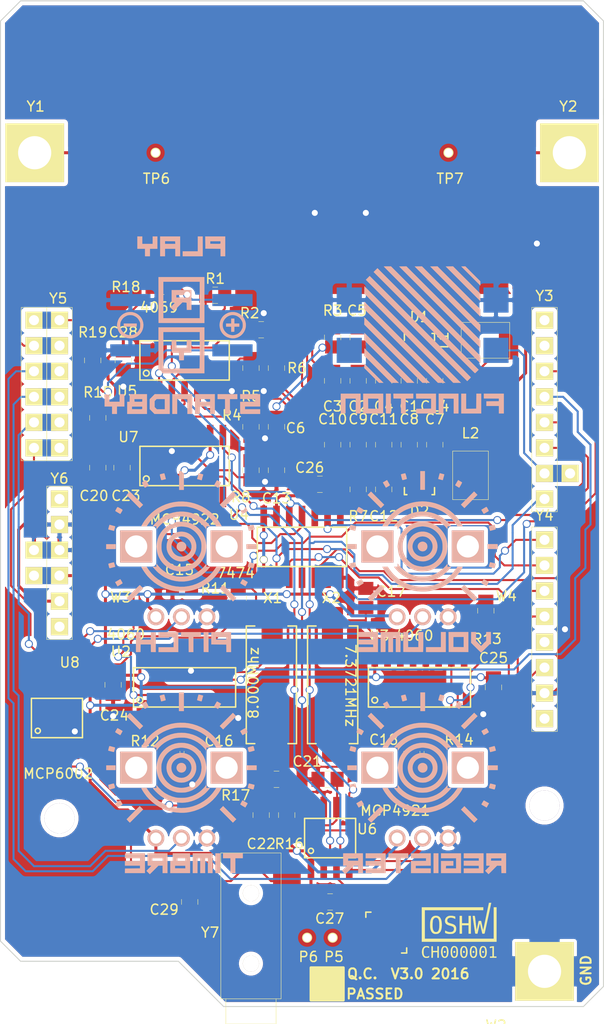
<source format=kicad_pcb>
(kicad_pcb (version 20171130) (host pcbnew "(5.1.5)-3")
  (layers (0 F.Cu signal) (31 B.Cu signal) (34 B.Paste user hide) (35 F.Paste user hide) (36 B.SilkS user hide) (37 F.SilkS user hide) (38 B.Mask user hide) (39 F.Mask user hide) (44 Edge.Cuts user))
  (net 0 "")
  (net 1 "Net-(U5-Pad10)")
  (net 2 "Net-(C2-Pad1)")
  (net 3 "Net-(C1-Pad1)")
  (net 4 "Net-(C6-Pad1)")
  (net 5 VDD)
  (net 6 GND)
  (net 7 "Net-(C10-Pad1)")
  (net 8 "Net-(R1-Pad1)")
  (net 9 VoutB)
  (net 10 "Net-(C13-Pad1)")
  (net 11 "Net-(R11-Pad1)")
  (net 12 "Net-(C15-Pad1)")
  (net 13 "Net-(C16-Pad1)")
  (net 14 "Net-(R13-Pad1)")
  (net 15 "Net-(C17-Pad1)")
  (net 16 "Net-(C18-Pad1)")
  (net 17 VCC)
  (net 18 "Net-(U2-Pad7)")
  (net 19 "Net-(U3-Pad7)")
  (net 20 BUT)
  (net 21 VO_PITCH)
  (net 22 VO_VOL)
  (net 23 F_PITCH)
  (net 24 F_VOL)
  (net 25 "Net-(C5-Pad2)")
  (net 26 DAC_LATCH)
  (net 27 DAC_DI)
  (net 28 DAC_SCK)
  (net 29 DAC_CS)
  (net 30 DAC2_CS)
  (net 31 "Net-(C2-Pad2)")
  (net 32 VrefB)
  (net 33 "Net-(C21-Pad1)")
  (net 34 "Net-(C22-Pad1)")
  (net 35 "Net-(R17-Pad1)")
  (net 36 "Net-(D3-Pad2)")
  (net 37 "Net-(D4-Pad2)")
  (net 38 A0)
  (net 39 A1)
  (net 40 A2)
  (net 41 A3)
  (net 42 LED_GREEN)
  (net 43 LED_RED)
  (net 44 "Net-(C7-Pad1)")
  (net 45 "Net-(C11-Pad1)")
  (net 46 "Net-(C12-Pad2)")
  (net 47 "Net-(R4-Pad2)")
  (net 48 "Net-(R5-Pad1)")
  (net 49 SAMPLE_CLK)
  (net 50 "Net-(C29-Pad1)")
  (net 51 "Net-(C29-Pad2)")
  (net 52 "Net-(U5-Pad1)")
  (module GaudiLabsFootPrints:SMD_Pinheader_1_OT_BLANK (layer B.Cu) (at 64.6 117.9)
    (fp_text reference P7 (at -8.89 0 180) (layer B.SilkS) (effects (justify mirror)))
    (fp_text value CONN_01X01)
    (pad 1 smd rect (at 0 0) (size 1.7 1.7) (layers B.Cu B.Mask))
  )
  (module GaudiLabsFootPrints:SOIC-14_N (layer F.Cu) (at 78.316 96.5)
    (fp_text reference U5 (at -5.715 3.048) (layer F.SilkS))
    (fp_text value 4069)
    (pad 1 smd rect (at -3.81 3.0734) (size 0.6604 2.032) (layers F.Cu F.Paste F.Mask) (net 52 "Net-(U5-Pad1)"))
    (pad 2 smd rect (at -2.54 3.0734) (size 0.6604 2.032) (layers F.Cu F.Paste F.Mask) (net 22 VO_VOL))
    (pad 3 smd rect (at -1.27 3.0734) (size 0.6604 2.032) (layers F.Cu F.Paste F.Mask) (net 48 "Net-(R5-Pad1)"))
    (pad 4 smd rect (at 0 3.0734) (size 0.6604 2.032) (layers F.Cu F.Paste F.Mask) (net 52 "Net-(U5-Pad1)"))
    (pad 5 smd rect (at 1.27 3.0734) (size 0.6604 2.032) (layers F.Cu F.Paste F.Mask) (net 7 "Net-(C10-Pad1)"))
    (pad 6 smd rect (at 2.54 3.0734) (size 0.6604 2.032) (layers F.Cu F.Paste F.Mask) (net 48 "Net-(R5-Pad1)"))
    (pad 7 smd rect (at 3.81 3.0734) (size 0.6604 2.032) (layers F.Cu F.Paste F.Mask) (net 6 GND))
    (pad 8 smd rect (at 3.81 -3.0734) (size 0.6604 2.032) (layers F.Cu F.Paste F.Mask) (net 8 "Net-(R1-Pad1)"))
    (pad 9 smd rect (at 2.54 -3.0734) (size 0.6604 2.032) (layers F.Cu F.Paste F.Mask) (net 31 "Net-(C2-Pad2)"))
    (pad 11 smd rect (at 0 -3.0734) (size 0.6604 2.032) (layers F.Cu F.Paste F.Mask) (net 8 "Net-(R1-Pad1)"))
    (pad 12 smd rect (at -1.27 -3.0734) (size 0.6604 2.032) (layers F.Cu F.Paste F.Mask) (net 21 VO_PITCH))
    (pad 13 smd rect (at -2.54 -3.0734) (size 0.6604 2.032) (layers F.Cu F.Paste F.Mask) (net 1 "Net-(U5-Pad10)"))
    (pad 14 smd rect (at -3.81 -3.0734) (size 0.6604 2.032) (layers F.Cu F.Paste F.Mask) (net 5 VDD))
    (pad 10 smd rect (at 1.27 -3.0734) (size 0.6604 2.032) (layers F.Cu F.Paste F.Mask) (net 1 "Net-(U5-Pad10)"))
  )
  (module GaudiLabsFootPrints:SMD_Pinheader_6_OT (layer F.Cu) (at 65.87 116.63 90)
    (fp_text reference Y6 (at 8.382 0 180) (layer F.SilkS))
    (fp_text value CONN_01X06)
    (pad 4 thru_hole rect (at -1.27 0 90) (size 1.7 1.7) (drill 1) (layers *.Cu *.Mask F.SilkS) (net 17 VCC))
    (pad 6 thru_hole rect (at -6.35 0 90) (size 1.7 1.7) (drill 1) (layers *.Cu *.Mask F.SilkS))
    (pad 5 thru_hole rect (at -3.81 0 90) (size 1.7 1.7) (drill 1) (layers *.Cu *.Mask F.SilkS) (net 5 VDD))
    (pad 3 thru_hole rect (at 1.27 0 90) (size 1.7 1.7) (drill 1) (layers *.Cu *.Mask F.SilkS) (net 6 GND) (thermal_gap 0.4))
    (pad 2 thru_hole rect (at 3.81 0 90) (size 1.7 1.7) (drill 1) (layers *.Cu *.Mask F.SilkS) (net 6 GND) (thermal_gap 0.4))
    (pad 1 thru_hole rect (at 6.35 0 90) (size 1.7 1.7) (drill 1) (layers *.Cu *.Mask F.SilkS))
  )
  (module GaudiLabsFootPrints:COIL (layer F.Cu) (at 108.25 94.5 90)
    (fp_text reference L1 (at 0 -4.191 270) (layer F.SilkS))
    (fp_text value 1mH)
    (pad 2 smd rect (at 0 2.3 90) (size 3.81 1.9304) (layers F.Cu F.Paste F.Mask) (net 3 "Net-(C1-Pad1)"))
    (pad 1 smd rect (at 0 -2.3 90) (size 3.81 1.9304) (layers F.Cu F.Paste F.Mask) (net 2 "Net-(C2-Pad1)"))
  )
  (module GaudiLabsFootPrints:COIL (layer F.Cu) (at 106.764 107.93 180)
    (fp_text reference L2 (at 0 4.191) (layer F.SilkS))
    (fp_text value 1mH)
    (pad 2 smd rect (at 0 2.3 180) (size 3.81 1.9304) (layers F.Cu F.Paste F.Mask) (net 44 "Net-(C7-Pad1)"))
    (pad 1 smd rect (at 0 -2.3 180) (size 3.81 1.9304) (layers F.Cu F.Paste F.Mask) (net 45 "Net-(C11-Pad1)"))
  )
  (module Crystals:Crystal_HC49-SD_SMD (layer F.Cu) (at 86.952 128.758 270)
    (fp_text reference X1 (at -8.636 -0.127) (layer F.SilkS))
    (fp_text value 8MHz)
    (pad 1 smd rect (at -4.941 -0.076 270) (size 5.6007 2.10058) (layers F.Cu F.Paste F.Mask) (net 12 "Net-(C15-Pad1)"))
    (pad 2 smd rect (at 4.84886 0 270) (size 5.6007 2.10058) (layers F.Cu F.Paste F.Mask) (net 13 "Net-(C16-Pad1)"))
  )
  (module Crystals:Crystal_HC49-SD_SMD (layer F.Cu) (at 93.048 128.758 270)
    (fp_text reference X2 (at -8.636 0.127) (layer F.SilkS))
    (fp_text value 7.3721MHz)
    (pad 1 smd rect (at -4.941 0.02 270) (size 5.6007 2.10058) (layers F.Cu F.Paste F.Mask) (net 15 "Net-(C17-Pad1)"))
    (pad 2 smd rect (at 4.84886 0 270) (size 5.6007 2.10058) (layers F.Cu F.Paste F.Mask) (net 16 "Net-(C18-Pad1)"))
  )
  (module GaudiLabsFootPrints:MountPad3 (layer F.Cu) (at 63.4 75.85)
    (fp_text reference Y1 (at 0.1 -4.6) (layer F.SilkS))
    (fp_text value MountPad3)
    (pad 1 thru_hole rect (at 0 0) (size 5.842 5.842) (drill 3.3) (layers *.Cu *.Mask F.SilkS) (net 2 "Net-(C2-Pad1)"))
  )
  (module GaudiLabsFootPrints:MountPad3 (layer F.Cu) (at 116.6 75.85)
    (fp_text reference Y2 (at -0.1 -4.6) (layer F.SilkS))
    (fp_text value MountPad3)
    (pad 1 thru_hole rect (at 0 0) (size 5.842 5.842) (drill 3.3) (layers *.Cu *.Mask F.SilkS) (net 45 "Net-(C11-Pad1)"))
  )
  (module TO_SOT_Packages_SMD:SOT-23 (layer F.Cu) (at 101.684 94.468)
    (fp_text reference D1 (at 0 -2.286 180) (layer F.SilkS))
    (fp_text value BB914)
    (pad 1 smd rect (at -0.95 1.00076) (size 0.8001 0.8001) (layers F.Cu F.Paste F.Mask) (net 6 GND))
    (pad 2 smd rect (at 0.95 1.00076) (size 0.8001 0.8001) (layers F.Cu F.Paste F.Mask) (net 6 GND))
    (pad 3 smd rect (at 0 -0.99822) (size 0.8001 0.8001) (layers F.Cu F.Paste F.Mask) (net 25 "Net-(C5-Pad2)"))
  )
  (module TO_SOT_Packages_SMD:SOT-23 (layer F.Cu) (at 101.684 109.2 180)
    (fp_text reference D2 (at 0 -2.286) (layer F.SilkS))
    (fp_text value BB914)
    (pad 1 smd rect (at -0.95 1.00076 180) (size 0.8001 0.8001) (layers F.Cu F.Paste F.Mask) (net 6 GND))
    (pad 2 smd rect (at 0.95 1.00076 180) (size 0.8001 0.8001) (layers F.Cu F.Paste F.Mask) (net 6 GND))
    (pad 3 smd rect (at 0 -0.99822 180) (size 0.8001 0.8001) (layers F.Cu F.Paste F.Mask) (net 46 "Net-(C12-Pad2)"))
  )
  (module GaudiLabsFootPrints:0805G (layer F.Cu) (at 95.588 109.327)
    (fp_text reference R7 (at 0 2.667 180) (layer F.SilkS))
    (fp_text value 100k)
    (pad 1 smd rect (at 0 -0.95) (size 1.5 1.2954) (layers F.Cu F.Paste F.Mask) (net 10 "Net-(C13-Pad1)"))
    (pad 2 smd rect (at 0 0.95) (size 1.5 1.2954) (layers F.Cu F.Paste F.Mask) (net 46 "Net-(C12-Pad2)"))
  )
  (module GaudiLabsFootPrints:0805G (layer F.Cu) (at 69.172 96.5 180)
    (fp_text reference R19 (at 0 2.794) (layer F.SilkS))
    (fp_text value 470)
    (pad 1 smd rect (at 0 -0.95 180) (size 1.5 1.2954) (layers F.Cu F.Paste F.Mask) (net 37 "Net-(D4-Pad2)"))
    (pad 2 smd rect (at 0 0.95 180) (size 1.5 1.2954) (layers F.Cu F.Paste F.Mask) (net 43 LED_RED))
  )
  (module GaudiLabsFootPrints:0805G (layer F.Cu) (at 76.03 89.134 270)
    (fp_text reference R18 (at 0.064 3.556) (layer F.SilkS))
    (fp_text value 470)
    (pad 1 smd rect (at 0 -0.95 270) (size 1.5 1.2954) (layers F.Cu F.Paste F.Mask) (net 36 "Net-(D3-Pad2)"))
    (pad 2 smd rect (at 0 0.95 270) (size 1.5 1.2954) (layers F.Cu F.Paste F.Mask) (net 42 LED_GREEN))
  )
  (module GaudiLabsFootPrints:0805G (layer F.Cu) (at 72.22 96.5)
    (fp_text reference C28 (at 0 -2.794) (layer F.SilkS))
    (fp_text value 100nF)
    (pad 1 smd rect (at 0 -0.95) (size 1.5 1.2954) (layers F.Cu F.Paste F.Mask) (net 5 VDD))
    (pad 2 smd rect (at 0 0.95) (size 1.5 1.2954) (layers F.Cu F.Paste F.Mask) (net 6 GND))
  )
  (module GaudiLabsFootPrints:0805G (layer F.Cu) (at 92.794 150.348 90)
    (fp_text reference C27 (at -1.652 -0.044 180) (layer F.SilkS))
    (fp_text value 100nF)
    (pad 1 smd rect (at 0 -0.95 90) (size 1.5 1.2954) (layers F.Cu F.Paste F.Mask) (net 17 VCC))
    (pad 2 smd rect (at 0 0.95 90) (size 1.5 1.2954) (layers F.Cu F.Paste F.Mask) (net 6 GND))
  )
  (module GaudiLabsFootPrints:0805G (layer F.Cu) (at 91.778 108.819 270)
    (fp_text reference C26 (at -1.651 1.016) (layer F.SilkS))
    (fp_text value 100nF)
    (pad 1 smd rect (at 0 -0.95 270) (size 1.5 1.2954) (layers F.Cu F.Paste F.Mask) (net 17 VCC))
    (pad 2 smd rect (at 0 0.95 270) (size 1.5 1.2954) (layers F.Cu F.Paste F.Mask) (net 6 GND))
  )
  (module GaudiLabsFootPrints:0805G (layer F.Cu) (at 109.05 129.012)
    (fp_text reference C25 (at 0 -2.921) (layer F.SilkS))
    (fp_text value 100nF)
    (pad 1 smd rect (at 0 -0.95) (size 1.5 1.2954) (layers F.Cu F.Paste F.Mask) (net 17 VCC))
    (pad 2 smd rect (at 0 0.95) (size 1.5 1.2954) (layers F.Cu F.Paste F.Mask) (net 6 GND))
  )
  (module GaudiLabsFootPrints:0805G (layer F.Cu) (at 71.204 128.758)
    (fp_text reference C24 (at 0.127 3.048) (layer F.SilkS))
    (fp_text value 100nF)
    (pad 1 smd rect (at 0 -0.95) (size 1.5 1.2954) (layers F.Cu F.Paste F.Mask) (net 17 VCC))
    (pad 2 smd rect (at 0 0.95) (size 1.5 1.2954) (layers F.Cu F.Paste F.Mask) (net 6 GND))
  )
  (module GaudiLabsFootPrints:0805G (layer F.Cu) (at 72.093 107.168)
    (fp_text reference C23 (at 0.381 2.794) (layer F.SilkS))
    (fp_text value 100nF)
    (pad 1 smd rect (at 0 -0.95) (size 1.5 1.2954) (layers F.Cu F.Paste F.Mask) (net 17 VCC))
    (pad 2 smd rect (at 0 0.95) (size 1.5 1.2954) (layers F.Cu F.Paste F.Mask) (net 6 GND))
  )
  (module GaudiLabsFootPrints:0805G (layer F.Cu) (at 87.46 138.156 270)
    (fp_text reference R17 (at 1.588 4.064) (layer F.SilkS))
    (fp_text value 2.2k)
    (pad 1 smd rect (at 0 -0.95 270) (size 1.5 1.2954) (layers F.Cu F.Paste F.Mask) (net 35 "Net-(R17-Pad1)"))
    (pad 2 smd rect (at 0 0.95 270) (size 1.5 1.2954) (layers F.Cu F.Paste F.Mask) (net 34 "Net-(C22-Pad1)"))
  )
  (module GaudiLabsFootPrints:0805G (layer F.Cu) (at 88.476 141.712)
    (fp_text reference R16 (at 0.254 2.858 180) (layer F.SilkS))
    (fp_text value 100k)
    (pad 1 smd rect (at 0 -0.95) (size 1.5 1.2954) (layers F.Cu F.Paste F.Mask) (net 33 "Net-(C21-Pad1)"))
    (pad 2 smd rect (at 0 0.95) (size 1.5 1.2954) (layers F.Cu F.Paste F.Mask) (net 17 VCC))
  )
  (module GaudiLabsFootPrints:0805G (layer F.Cu) (at 69.68 102.215 180)
    (fp_text reference R15 (at 0 2.54) (layer F.SilkS))
    (fp_text value 100k)
    (pad 1 smd rect (at 0 -0.95 180) (size 1.5 1.2954) (layers F.Cu F.Paste F.Mask) (net 32 VrefB))
    (pad 2 smd rect (at 0 0.95 180) (size 1.5 1.2954) (layers F.Cu F.Paste F.Mask) (net 5 VDD))
  )
  (module GaudiLabsFootPrints:0805G (layer F.Cu) (at 85.936 141.712)
    (fp_text reference C22 (at 0 2.858 180) (layer F.SilkS))
    (fp_text value 10n)
    (pad 1 smd rect (at 0 -0.95) (size 1.5 1.2954) (layers F.Cu F.Paste F.Mask) (net 34 "Net-(C22-Pad1)"))
    (pad 2 smd rect (at 0 0.95) (size 1.5 1.2954) (layers F.Cu F.Paste F.Mask) (net 6 GND))
  )
  (module GaudiLabsFootPrints:0805G (layer F.Cu) (at 92.54 138.156 270)
    (fp_text reference C21 (at -1.778 2.032) (layer F.SilkS))
    (fp_text value 100n)
    (pad 1 smd rect (at 0 -0.95 270) (size 1.5 1.2954) (layers F.Cu F.Paste F.Mask) (net 33 "Net-(C21-Pad1)"))
    (pad 2 smd rect (at 0 0.95 270) (size 1.5 1.2954) (layers F.Cu F.Paste F.Mask) (net 6 GND))
  )
  (module GaudiLabsFootPrints:0805G (layer F.Cu) (at 69.68 107.168)
    (fp_text reference C20 (at -0.381 2.794) (layer F.SilkS))
    (fp_text value 100n)
    (pad 1 smd rect (at 0 -0.95) (size 1.5 1.2954) (layers F.Cu F.Paste F.Mask) (net 32 VrefB))
    (pad 2 smd rect (at 0 0.95) (size 1.5 1.2954) (layers F.Cu F.Paste F.Mask) (net 6 GND))
  )
  (module GaudiLabsFootPrints:0805G (layer F.Cu) (at 100.922 135.616)
    (fp_text reference C18 (at -2.794 -1.397) (layer F.SilkS))
    (fp_text value 33pF)
    (pad 1 smd rect (at 0 -0.95) (size 1.5 1.2954) (layers F.Cu F.Paste F.Mask) (net 16 "Net-(C18-Pad1)"))
    (pad 2 smd rect (at 0 0.95) (size 1.5 1.2954) (layers F.Cu F.Paste F.Mask) (net 6 GND))
  )
  (module GaudiLabsFootPrints:0805G (layer F.Cu) (at 96.35 120.122 180)
    (fp_text reference C17 (at -2.54 0.635 180) (layer F.SilkS))
    (fp_text value 33pF)
    (pad 1 smd rect (at 0 -0.95 180) (size 1.5 1.2954) (layers F.Cu F.Paste F.Mask) (net 15 "Net-(C17-Pad1)"))
    (pad 2 smd rect (at 0 0.95 180) (size 1.5 1.2954) (layers F.Cu F.Paste F.Mask) (net 6 GND))
  )
  (module GaudiLabsFootPrints:0805G (layer F.Cu) (at 79.078 135.616)
    (fp_text reference C16 (at 2.667 -1.27) (layer F.SilkS))
    (fp_text value 33pF)
    (pad 1 smd rect (at 0 -0.95) (size 1.5 1.2954) (layers F.Cu F.Paste F.Mask) (net 13 "Net-(C16-Pad1)"))
    (pad 2 smd rect (at 0 0.95) (size 1.5 1.2954) (layers F.Cu F.Paste F.Mask) (net 6 GND))
  )
  (module GaudiLabsFootPrints:0805G (layer F.Cu) (at 78.062 119.106 270)
    (fp_text reference C15 (at -1.778 0.254) (layer F.SilkS))
    (fp_text value 33pF)
    (pad 1 smd rect (at 0 -0.95 270) (size 1.5 1.2954) (layers F.Cu F.Paste F.Mask) (net 12 "Net-(C15-Pad1)"))
    (pad 2 smd rect (at 0 0.95 270) (size 1.5 1.2954) (layers F.Cu F.Paste F.Mask) (net 6 GND))
  )
  (module GaudiLabsFootPrints:0805G (layer F.Cu) (at 87.46 107.422)
    (fp_text reference C13 (at 0 2.794) (layer F.SilkS))
    (fp_text value 100nF)
    (pad 1 smd rect (at 0 -0.95) (size 1.5 1.2954) (layers F.Cu F.Paste F.Mask) (net 10 "Net-(C13-Pad1)"))
    (pad 2 smd rect (at 0 0.95) (size 1.5 1.2954) (layers F.Cu F.Paste F.Mask) (net 6 GND))
  )
  (module GaudiLabsFootPrints:0805G (layer F.Cu) (at 98.128 109.327)
    (fp_text reference C12 (at 0 2.667 -180) (layer F.SilkS))
    (fp_text value 470pF)
    (pad 1 smd rect (at 0 -0.95) (size 1.5 1.2954) (layers F.Cu F.Paste F.Mask) (net 45 "Net-(C11-Pad1)"))
    (pad 2 smd rect (at 0 0.95) (size 1.5 1.2954) (layers F.Cu F.Paste F.Mask) (net 46 "Net-(C12-Pad2)"))
  )
  (module GaudiLabsFootPrints:0805G (layer F.Cu) (at 98.128 104.882 180)
    (fp_text reference C11 (at 0 2.54 180) (layer F.SilkS))
    (fp_text value 0)
    (pad 1 smd rect (at 0 -0.95 180) (size 1.5 1.2954) (layers F.Cu F.Paste F.Mask) (net 45 "Net-(C11-Pad1)"))
    (pad 2 smd rect (at 0 0.95 180) (size 1.5 1.2954) (layers F.Cu F.Paste F.Mask) (net 6 GND))
  )
  (module GaudiLabsFootPrints:0805G (layer F.Cu) (at 93.048 104.882 180)
    (fp_text reference C10 (at 0 2.54 180) (layer F.SilkS))
    (fp_text value 150pF)
    (pad 1 smd rect (at 0 -0.95 180) (size 1.5 1.2954) (layers F.Cu F.Paste F.Mask) (net 7 "Net-(C10-Pad1)"))
    (pad 2 smd rect (at 0 0.95 180) (size 1.5 1.2954) (layers F.Cu F.Paste F.Mask) (net 6 GND))
  )
  (module GaudiLabsFootPrints:0805G (layer F.Cu) (at 95.588 104.882)
    (fp_text reference C9 (at 0 -2.54) (layer F.SilkS))
    (fp_text value 150pF)
    (pad 1 smd rect (at 0 -0.95) (size 1.5 1.2954) (layers F.Cu F.Paste F.Mask) (net 45 "Net-(C11-Pad1)"))
    (pad 2 smd rect (at 0 0.95) (size 1.5 1.2954) (layers F.Cu F.Paste F.Mask) (net 7 "Net-(C10-Pad1)"))
  )
  (module GaudiLabsFootPrints:0805G (layer F.Cu) (at 100.668 104.882)
    (fp_text reference C8 (at 0 -2.54) (layer F.SilkS))
    (fp_text value 330pF)
    (pad 1 smd rect (at 0 -0.95) (size 1.5 1.2954) (layers F.Cu F.Paste F.Mask) (net 44 "Net-(C7-Pad1)"))
    (pad 2 smd rect (at 0 0.95) (size 1.5 1.2954) (layers F.Cu F.Paste F.Mask) (net 6 GND))
  )
  (module GaudiLabsFootPrints:0805G (layer F.Cu) (at 87.46 103.104)
    (fp_text reference C6 (at 1.905 0.127) (layer F.SilkS))
    (fp_text value 100nF)
    (pad 1 smd rect (at 0 -0.95) (size 1.5 1.2954) (layers F.Cu F.Paste F.Mask) (net 4 "Net-(C6-Pad1)"))
    (pad 2 smd rect (at 0 0.95) (size 1.5 1.2954) (layers F.Cu F.Paste F.Mask) (net 6 GND))
  )
  (module GaudiLabsFootPrints:0805G (layer F.Cu) (at 95.588 94.214 180)
    (fp_text reference C5 (at 0.127 2.667 180) (layer F.SilkS))
    (fp_text value 470pF)
    (pad 1 smd rect (at 0 -0.95 180) (size 1.5 1.2954) (layers F.Cu F.Paste F.Mask) (net 2 "Net-(C2-Pad1)"))
    (pad 2 smd rect (at 0 0.95 180) (size 1.5 1.2954) (layers F.Cu F.Paste F.Mask) (net 25 "Net-(C5-Pad2)"))
  )
  (module GaudiLabsFootPrints:0805G (layer F.Cu) (at 98.128 98.532)
    (fp_text reference C4 (at 0 2.54) (layer F.SilkS))
    (fp_text value 15nF?)
    (pad 1 smd rect (at 0 -0.95) (size 1.5 1.2954) (layers F.Cu F.Paste F.Mask) (net 2 "Net-(C2-Pad1)"))
    (pad 2 smd rect (at 0 0.95) (size 1.5 1.2954) (layers F.Cu F.Paste F.Mask) (net 6 GND))
  )
  (module GaudiLabsFootPrints:0805G (layer F.Cu) (at 93.048 98.532)
    (fp_text reference C3 (at 0 2.54) (layer F.SilkS))
    (fp_text value 150pF)
    (pad 1 smd rect (at 0 -0.95) (size 1.5 1.2954) (layers F.Cu F.Paste F.Mask) (net 31 "Net-(C2-Pad2)"))
    (pad 2 smd rect (at 0 0.95) (size 1.5 1.2954) (layers F.Cu F.Paste F.Mask) (net 6 GND))
  )
  (module GaudiLabsFootPrints:0805G (layer F.Cu) (at 95.588 98.532 180)
    (fp_text reference C2 (at 0 -2.54 180) (layer F.SilkS))
    (fp_text value 150pF)
    (pad 1 smd rect (at 0 -0.95 180) (size 1.5 1.2954) (layers F.Cu F.Paste F.Mask) (net 2 "Net-(C2-Pad1)"))
    (pad 2 smd rect (at 0 0.95 180) (size 1.5 1.2954) (layers F.Cu F.Paste F.Mask) (net 31 "Net-(C2-Pad2)"))
  )
  (module GaudiLabsFootPrints:0805G (layer F.Cu) (at 100.668 98.532 180)
    (fp_text reference C1 (at 0 -2.54 180) (layer F.SilkS))
    (fp_text value "220pF 270pF?")
    (pad 1 smd rect (at 0 -0.95 180) (size 1.5 1.2954) (layers F.Cu F.Paste F.Mask) (net 3 "Net-(C1-Pad1)"))
    (pad 2 smd rect (at 0 0.95 180) (size 1.5 1.2954) (layers F.Cu F.Paste F.Mask) (net 6 GND))
  )
  (module GaudiLabsFootPrints:0805G (layer F.Cu) (at 102.954 135.616)
    (fp_text reference R14 (at 2.667 -1.397) (layer F.SilkS))
    (fp_text value 470)
    (pad 1 smd rect (at 0 -0.95) (size 1.5 1.2954) (layers F.Cu F.Paste F.Mask) (net 16 "Net-(C18-Pad1)"))
    (pad 2 smd rect (at 0 0.95) (size 1.5 1.2954) (layers F.Cu F.Paste F.Mask) (net 14 "Net-(R13-Pad1)"))
  )
  (module GaudiLabsFootPrints:0805G (layer F.Cu) (at 108.288 121.392 180)
    (fp_text reference R13 (at -0.127 -2.794 180) (layer F.SilkS))
    (fp_text value 4.7M)
    (pad 1 smd rect (at 0 -0.95 180) (size 1.5 1.2954) (layers F.Cu F.Paste F.Mask) (net 14 "Net-(R13-Pad1)"))
    (pad 2 smd rect (at 0 0.95 180) (size 1.5 1.2954) (layers F.Cu F.Paste F.Mask) (net 15 "Net-(C17-Pad1)"))
  )
  (module GaudiLabsFootPrints:0805G (layer F.Cu) (at 77.046 135.616)
    (fp_text reference R12 (at -2.667 -1.27) (layer F.SilkS))
    (fp_text value 470)
    (pad 1 smd rect (at 0 -0.95) (size 1.5 1.2954) (layers F.Cu F.Paste F.Mask) (net 13 "Net-(C16-Pad1)"))
    (pad 2 smd rect (at 0 0.95) (size 1.5 1.2954) (layers F.Cu F.Paste F.Mask) (net 11 "Net-(R11-Pad1)"))
  )
  (module GaudiLabsFootPrints:0805G (layer F.Cu) (at 83.65 120.122 180)
    (fp_text reference R11 (at 2.286 0.952 180) (layer F.SilkS))
    (fp_text value 4.7M)
    (pad 1 smd rect (at 0 -0.95 180) (size 1.5 1.2954) (layers F.Cu F.Paste F.Mask) (net 11 "Net-(R11-Pad1)"))
    (pad 2 smd rect (at 0 0.95 180) (size 1.5 1.2954) (layers F.Cu F.Paste F.Mask) (net 12 "Net-(C15-Pad1)"))
  )
  (module GaudiLabsFootPrints:0805G (layer F.Cu) (at 84.92 107.422)
    (fp_text reference R8 (at -1.016 2.667) (layer F.SilkS))
    (fp_text value 100k)
    (pad 1 smd rect (at 0 -0.95) (size 1.5 1.2954) (layers F.Cu F.Paste F.Mask) (net 10 "Net-(C13-Pad1)"))
    (pad 2 smd rect (at 0 0.95) (size 1.5 1.2954) (layers F.Cu F.Paste F.Mask) (net 9 VoutB))
  )
  (module GaudiLabsFootPrints:0805G (layer F.Cu) (at 87.46 97.262 180)
    (fp_text reference R6 (at -2.032 0 180) (layer F.SilkS))
    (fp_text value 2.2k)
    (pad 1 smd rect (at 0 -0.95 180) (size 1.5 1.2954) (layers F.Cu F.Paste F.Mask) (net 44 "Net-(C7-Pad1)"))
    (pad 2 smd rect (at 0 0.95 180) (size 1.5 1.2954) (layers F.Cu F.Paste F.Mask) (net 48 "Net-(R5-Pad1)"))
  )
  (module GaudiLabsFootPrints:0805G (layer F.Cu) (at 84.92 97.262)
    (fp_text reference R5 (at 0 2.794) (layer F.SilkS))
    (fp_text value 4.7M)
    (pad 1 smd rect (at 0 -0.95) (size 1.5 1.2954) (layers F.Cu F.Paste F.Mask) (net 48 "Net-(R5-Pad1)"))
    (pad 2 smd rect (at 0 0.95) (size 1.5 1.2954) (layers F.Cu F.Paste F.Mask) (net 7 "Net-(C10-Pad1)"))
  )
  (module GaudiLabsFootPrints:0805G (layer F.Cu) (at 84.92 103.104)
    (fp_text reference R4 (at -1.905 -1.143) (layer F.SilkS))
    (fp_text value 100k)
    (pad 1 smd rect (at 0 -0.95) (size 1.5 1.2954) (layers F.Cu F.Paste F.Mask) (net 4 "Net-(C6-Pad1)"))
    (pad 2 smd rect (at 0 0.95) (size 1.5 1.2954) (layers F.Cu F.Paste F.Mask) (net 47 "Net-(R4-Pad2)"))
  )
  (module GaudiLabsFootPrints:0805G (layer F.Cu) (at 93.048 94.214 180)
    (fp_text reference R3 (at 0 2.667 180) (layer F.SilkS))
    (fp_text value 100k)
    (pad 1 smd rect (at 0 -0.95 180) (size 1.5 1.2954) (layers F.Cu F.Paste F.Mask) (net 4 "Net-(C6-Pad1)"))
    (pad 2 smd rect (at 0 0.95 180) (size 1.5 1.2954) (layers F.Cu F.Paste F.Mask) (net 25 "Net-(C5-Pad2)"))
  )
  (module GaudiLabsFootPrints:0805G (layer F.Cu) (at 81.364 90.023 270)
    (fp_text reference R1 (at -1.651 0) (layer F.SilkS))
    (fp_text value 4.7M)
    (pad 1 smd rect (at 0 -0.95 270) (size 1.5 1.2954) (layers F.Cu F.Paste F.Mask) (net 8 "Net-(R1-Pad1)"))
    (pad 2 smd rect (at 0 0.95 270) (size 1.5 1.2954) (layers F.Cu F.Paste F.Mask) (net 31 "Net-(C2-Pad2)"))
  )
  (module GaudiLabsFootPrints:0805G (layer F.Cu) (at 85.936 93.452 270)
    (fp_text reference R2 (at -1.651 1.143) (layer F.SilkS))
    (fp_text value 2.2k)
    (pad 1 smd rect (at 0 -0.95 270) (size 1.5 1.2954) (layers F.Cu F.Paste F.Mask) (net 3 "Net-(C1-Pad1)"))
    (pad 2 smd rect (at 0 0.95 270) (size 1.5 1.2954) (layers F.Cu F.Paste F.Mask) (net 8 "Net-(R1-Pad1)"))
  )
  (module GaudiLabsFootPrints:0805G (layer F.Cu) (at 78.824 150.348 180)
    (fp_text reference C29 (at 2.54 -0.762 180) (layer F.SilkS))
    (fp_text value 10uF)
    (pad 1 smd rect (at 0 -0.95 180) (size 1.5 1.2954) (layers F.Cu F.Paste F.Mask) (net 50 "Net-(C29-Pad1)"))
    (pad 2 smd rect (at 0 0.95 180) (size 1.5 1.2954) (layers F.Cu F.Paste F.Mask) (net 51 "Net-(C29-Pad2)"))
  )
  (module GaudiLabsFootPrints:SOIC-14_N (layer F.Cu) (at 78.316 107)
    (fp_text reference U7 (at -5.588 -2.88) (layer F.SilkS))
    (fp_text value MCP4922-E/SL)
    (pad 1 smd rect (at -3.81 3.0734) (size 0.6604 2.032) (layers F.Cu F.Paste F.Mask) (net 17 VCC))
    (pad 2 smd rect (at -2.54 3.0734) (size 0.6604 2.032) (layers F.Cu F.Paste F.Mask))
    (pad 3 smd rect (at -1.27 3.0734) (size 0.6604 2.032) (layers F.Cu F.Paste F.Mask) (net 30 DAC2_CS))
    (pad 4 smd rect (at 0 3.0734) (size 0.6604 2.032) (layers F.Cu F.Paste F.Mask) (net 28 DAC_SCK))
    (pad 5 smd rect (at 1.27 3.0734) (size 0.6604 2.032) (layers F.Cu F.Paste F.Mask) (net 27 DAC_DI))
    (pad 6 smd rect (at 2.54 3.0734) (size 0.6604 2.032) (layers F.Cu F.Paste F.Mask))
    (pad 7 smd rect (at 3.81 3.0734) (size 0.6604 2.032) (layers F.Cu F.Paste F.Mask))
    (pad 8 smd rect (at 3.81 -3.0734) (size 0.6604 2.032) (layers F.Cu F.Paste F.Mask) (net 26 DAC_LATCH))
    (pad 9 smd rect (at 2.54 -3.0734) (size 0.6604 2.032) (layers F.Cu F.Paste F.Mask) (net 17 VCC))
    (pad 11 smd rect (at 0 -3.0734) (size 0.6604 2.032) (layers F.Cu F.Paste F.Mask) (net 32 VrefB))
    (pad 12 smd rect (at -1.27 -3.0734) (size 0.6604 2.032) (layers F.Cu F.Paste F.Mask) (net 6 GND))
    (pad 13 smd rect (at -2.54 -3.0734) (size 0.6604 2.032) (layers F.Cu F.Paste F.Mask) (net 32 VrefB))
    (pad 14 smd rect (at -3.81 -3.0734) (size 0.6604 2.032) (layers F.Cu F.Paste F.Mask) (net 47 "Net-(R4-Pad2)"))
    (pad 10 smd rect (at 1.27 -3.0734) (size 0.6604 2.032) (layers F.Cu F.Paste F.Mask) (net 9 VoutB))
  )
  (module GaudiLabsFootPrints:SOIC-14_N (layer F.Cu) (at 90 115.042)
    (fp_text reference U4 (at -6.281 -3.2) (layer F.SilkS))
    (fp_text value 74HC74)
    (pad 1 smd rect (at -3.81 3.0734) (size 0.6604 2.032) (layers F.Cu F.Paste F.Mask) (net 17 VCC))
    (pad 2 smd rect (at -2.54 3.0734) (size 0.6604 2.032) (layers F.Cu F.Paste F.Mask) (net 22 VO_VOL))
    (pad 3 smd rect (at -1.27 3.0734) (size 0.6604 2.032) (layers F.Cu F.Paste F.Mask) (net 19 "Net-(U3-Pad7)"))
    (pad 4 smd rect (at 0 3.0734) (size 0.6604 2.032) (layers F.Cu F.Paste F.Mask) (net 17 VCC))
    (pad 5 smd rect (at 1.27 3.0734) (size 0.6604 2.032) (layers F.Cu F.Paste F.Mask) (net 24 F_VOL))
    (pad 6 smd rect (at 2.54 3.0734) (size 0.6604 2.032) (layers F.Cu F.Paste F.Mask))
    (pad 7 smd rect (at 3.81 3.0734) (size 0.6604 2.032) (layers F.Cu F.Paste F.Mask) (net 6 GND))
    (pad 8 smd rect (at 3.81 -3.0734) (size 0.6604 2.032) (layers F.Cu F.Paste F.Mask))
    (pad 9 smd rect (at 2.54 -3.0734) (size 0.6604 2.032) (layers F.Cu F.Paste F.Mask) (net 23 F_PITCH))
    (pad 11 smd rect (at 0 -3.0734) (size 0.6604 2.032) (layers F.Cu F.Paste F.Mask) (net 18 "Net-(U2-Pad7)"))
    (pad 12 smd rect (at -1.27 -3.0734) (size 0.6604 2.032) (layers F.Cu F.Paste F.Mask) (net 21 VO_PITCH))
    (pad 13 smd rect (at -2.54 -3.0734) (size 0.6604 2.032) (layers F.Cu F.Paste F.Mask) (net 17 VCC))
    (pad 14 smd rect (at -3.81 -3.0734) (size 0.6604 2.032) (layers F.Cu F.Paste F.Mask) (net 17 VCC))
    (pad 10 smd rect (at 1.27 -3.0734) (size 0.6604 2.032) (layers F.Cu F.Paste F.Mask) (net 17 VCC))
  )
  (module GaudiLabsFootPrints:SOIC-16_N (layer F.Cu) (at 78.316 129.012)
    (fp_text reference U2 (at -6.35 -3.556) (layer F.SilkS))
    (fp_text value 4060)
    (pad 8 smd rect (at 4.445 3.1242) (size 0.6604 2.032) (layers F.Cu F.Paste F.Mask) (net 6 GND))
    (pad 9 smd rect (at 4.445 -3.0734) (size 0.6604 2.032) (layers F.Cu F.Paste F.Mask))
    (pad 1 smd rect (at -4.445 3.0734) (size 0.6604 2.032) (layers F.Cu F.Paste F.Mask))
    (pad 2 smd rect (at -3.175 3.0734) (size 0.6604 2.032) (layers F.Cu F.Paste F.Mask))
    (pad 3 smd rect (at -1.905 3.0734) (size 0.6604 2.032) (layers F.Cu F.Paste F.Mask))
    (pad 4 smd rect (at -0.635 3.0734) (size 0.6604 2.032) (layers F.Cu F.Paste F.Mask))
    (pad 5 smd rect (at 0.635 3.0734) (size 0.6604 2.032) (layers F.Cu F.Paste F.Mask))
    (pad 6 smd rect (at 1.905 3.0734) (size 0.6604 2.032) (layers F.Cu F.Paste F.Mask))
    (pad 7 smd rect (at 3.175 3.0734) (size 0.6604 2.032) (layers F.Cu F.Paste F.Mask) (net 18 "Net-(U2-Pad7)"))
    (pad 10 smd rect (at 3.175 -3.0734) (size 0.6604 2.032) (layers F.Cu F.Paste F.Mask) (net 11 "Net-(R11-Pad1)"))
    (pad 11 smd rect (at 1.905 -3.0734) (size 0.6604 2.032) (layers F.Cu F.Paste F.Mask) (net 12 "Net-(C15-Pad1)"))
    (pad 13 smd rect (at -0.635 -3.0734) (size 0.6604 2.032) (layers F.Cu F.Paste F.Mask))
    (pad 14 smd rect (at -1.905 -3.0734) (size 0.6604 2.032) (layers F.Cu F.Paste F.Mask) (net 49 SAMPLE_CLK))
    (pad 15 smd rect (at -3.175 -3.0734) (size 0.6604 2.032) (layers F.Cu F.Paste F.Mask))
    (pad 16 smd rect (at -4.445 -3.0734) (size 0.6604 2.032) (layers F.Cu F.Paste F.Mask) (net 17 VCC))
    (pad 12 smd rect (at 0.635 -3.0734) (size 0.6604 2.032) (layers F.Cu F.Paste F.Mask) (net 6 GND))
  )
  (module GaudiLabsFootPrints:SOIC-16_N (layer F.Cu) (at 101.684 129.012)
    (fp_text reference U3 (at -4.0005 -5.1435) (layer F.SilkS))
    (fp_text value 4060)
    (pad 8 smd rect (at 4.445 3.1242) (size 0.6604 2.032) (layers F.Cu F.Paste F.Mask) (net 6 GND))
    (pad 9 smd rect (at 4.445 -3.0734) (size 0.6604 2.032) (layers F.Cu F.Paste F.Mask))
    (pad 1 smd rect (at -4.445 3.0734) (size 0.6604 2.032) (layers F.Cu F.Paste F.Mask))
    (pad 2 smd rect (at -3.175 3.0734) (size 0.6604 2.032) (layers F.Cu F.Paste F.Mask))
    (pad 3 smd rect (at -1.905 3.0734) (size 0.6604 2.032) (layers F.Cu F.Paste F.Mask))
    (pad 4 smd rect (at -0.635 3.0734) (size 0.6604 2.032) (layers F.Cu F.Paste F.Mask))
    (pad 5 smd rect (at 0.635 3.0734) (size 0.6604 2.032) (layers F.Cu F.Paste F.Mask))
    (pad 6 smd rect (at 1.905 3.0734) (size 0.6604 2.032) (layers F.Cu F.Paste F.Mask))
    (pad 7 smd rect (at 3.175 3.0734) (size 0.6604 2.032) (layers F.Cu F.Paste F.Mask) (net 19 "Net-(U3-Pad7)"))
    (pad 10 smd rect (at 3.175 -3.0734) (size 0.6604 2.032) (layers F.Cu F.Paste F.Mask) (net 14 "Net-(R13-Pad1)"))
    (pad 11 smd rect (at 1.905 -3.0734) (size 0.6604 2.032) (layers F.Cu F.Paste F.Mask) (net 15 "Net-(C17-Pad1)"))
    (pad 13 smd rect (at -0.635 -3.0734) (size 0.6604 2.032) (layers F.Cu F.Paste F.Mask))
    (pad 14 smd rect (at -1.905 -3.0734) (size 0.6604 2.032) (layers F.Cu F.Paste F.Mask))
    (pad 15 smd rect (at -3.175 -3.0734) (size 0.6604 2.032) (layers F.Cu F.Paste F.Mask))
    (pad 16 smd rect (at -4.445 -3.0734) (size 0.6604 2.032) (layers F.Cu F.Paste F.Mask) (net 17 VCC))
    (pad 12 smd rect (at 0.635 -3.0734) (size 0.6604 2.032) (layers F.Cu F.Paste F.Mask) (net 6 GND))
  )
  (module GaudiLabsFootPrints:SOIC-08_N (layer F.Cu) (at 92.794 143.998)
    (fp_text reference U6 (at 3.683 -0.889) (layer F.SilkS))
    (fp_text value MCP4921-E/SN)
    (pad 5 smd rect (at 1.905 -3.0734) (size 0.6604 2.032) (layers F.Cu F.Paste F.Mask) (net 26 DAC_LATCH))
    (pad 6 smd rect (at 0.635 -3.0734) (size 0.6604 2.032) (layers F.Cu F.Paste F.Mask) (net 33 "Net-(C21-Pad1)"))
    (pad 7 smd rect (at -0.635 -3.0734) (size 0.6604 2.032) (layers F.Cu F.Paste F.Mask) (net 6 GND))
    (pad 8 smd rect (at -1.905 -3.0734) (size 0.6604 2.032) (layers F.Cu F.Paste F.Mask) (net 35 "Net-(R17-Pad1)"))
    (pad 1 smd rect (at -1.905 3.0734) (size 0.6604 2.032) (layers F.Cu F.Paste F.Mask) (net 17 VCC))
    (pad 2 smd rect (at -0.635 3.0734) (size 0.6604 2.032) (layers F.Cu F.Paste F.Mask) (net 29 DAC_CS))
    (pad 3 smd rect (at 0.635 3.0734) (size 0.6604 2.032) (layers F.Cu F.Paste F.Mask) (net 28 DAC_SCK))
    (pad 4 smd rect (at 1.905 3.0734) (size 0.6604 2.032) (layers F.Cu F.Paste F.Mask) (net 27 DAC_DI))
  )
  (module GaudiLabsFootPrints:SOIC-08_N (layer F.Cu) (at 65.616 132.06)
    (fp_text reference U8 (at 1.27 -5.524) (layer F.SilkS))
    (fp_text value "LM358 / MCP6002")
    (pad 5 smd rect (at 1.905 -3.0734) (size 0.6604 2.032) (layers F.Cu F.Paste F.Mask) (net 34 "Net-(C22-Pad1)"))
    (pad 6 smd rect (at 0.635 -3.0734) (size 0.6604 2.032) (layers F.Cu F.Paste F.Mask) (net 50 "Net-(C29-Pad1)"))
    (pad 7 smd rect (at -0.635 -3.0734) (size 0.6604 2.032) (layers F.Cu F.Paste F.Mask) (net 50 "Net-(C29-Pad1)"))
    (pad 8 smd rect (at -1.905 -3.0734) (size 0.6604 2.032) (layers F.Cu F.Paste F.Mask) (net 17 VCC))
    (pad 1 smd rect (at -1.905 3.0734) (size 0.6604 2.032) (layers F.Cu F.Paste F.Mask) (net 50 "Net-(C29-Pad1)"))
    (pad 2 smd rect (at -0.635 3.0734) (size 0.6604 2.032) (layers F.Cu F.Paste F.Mask) (net 50 "Net-(C29-Pad1)"))
    (pad 3 smd rect (at 0.635 3.0734) (size 0.6604 2.032) (layers F.Cu F.Paste F.Mask) (net 34 "Net-(C22-Pad1)"))
    (pad 4 smd rect (at 1.905 3.0734) (size 0.6604 2.032) (layers F.Cu F.Paste F.Mask) (net 6 GND))
  )
  (module GaudiLabsFootPrints:ArduinoUNO (layer B.Cu) (at 63.33 156 90)
    (fp_text reference U1 hide)
    (fp_text value Arduino_UNO_R2)
  )
  (module GaudiLabsLogos:Peace_logo (layer F.Cu) (at 65.87 150)
    (fp_text reference G*** hide)
    (fp_text value LOGO hide)
  )
  (module GaudiLabsFootPrints:MeasurePad_Square_wHole_2mm (layer F.Cu) (at 104.57 75.85)
    (fp_text reference TP7 (at 0.162 2.581) (layer F.SilkS))
    (fp_text value "VOLUME ANTENNA")
    (pad 1 smd rect (at 0 0) (size 2 2) (layers F.Cu F.Mask) (net 45 "Net-(C11-Pad1)"))
    (pad 1 thru_hole circle (at 0 0) (size 1 1) (drill 0.8) (layers *.Cu *.Mask F.SilkS) (net 45 "Net-(C11-Pad1)"))
  )
  (module GaudiLabsFootPrints:MeasurePad_Square_wHole_2mm (layer F.Cu) (at 75.43 75.85)
    (fp_text reference TP6 (at 0.092 2.581) (layer F.SilkS))
    (fp_text value "PITCH ANTENNA")
    (pad 1 smd rect (at 0 0) (size 2 2) (layers F.Cu F.Mask) (net 2 "Net-(C2-Pad1)"))
    (pad 1 thru_hole circle (at 0 0) (size 1 1) (drill 0.8) (layers *.Cu *.Mask F.SilkS) (net 2 "Net-(C2-Pad1)"))
  )
  (module GaudiLabsFootPrints:MeasurePad_Square_wHole_2mm (layer F.Cu) (at 90.508 153.904)
    (fp_text reference P6 (at 0.127 1.905) (layer F.SilkS))
    (fp_text value SP-)
    (pad 1 smd rect (at 0 0) (size 2 2) (layers F.Cu F.Mask) (net 50 "Net-(C29-Pad1)"))
    (pad 1 thru_hole circle (at 0 0) (size 1 1) (drill 0.8) (layers *.Cu *.Mask F.SilkS) (net 50 "Net-(C29-Pad1)"))
  )
  (module GaudiLabsFootPrints:SMD_Pinheader_8_OT (layer F.Cu) (at 114.13 101.39 90)
    (fp_text reference Y3 (at 11.303 0 180) (layer F.SilkS))
    (fp_text value CONN_01X08)
    (pad 4 thru_hole rect (at 1.27 0 90) (size 1.7 1.7) (drill 1) (layers *.Cu *.Mask F.SilkS) (net 49 SAMPLE_CLK))
    (pad 6 thru_hole rect (at -3.81 0 90) (size 1.7 1.7) (drill 1) (layers *.Cu *.Mask F.SilkS) (net 21 VO_PITCH))
    (pad 5 thru_hole rect (at -1.27 0 90) (size 1.7 1.7) (drill 1) (layers *.Cu *.Mask F.SilkS) (net 22 VO_VOL))
    (pad 7 thru_hole rect (at -6.35 0 90) (size 1.7 1.7) (drill 1) (layers *.Cu *.Mask F.SilkS) (net 20 BUT))
    (pad 8 thru_hole trapezoid (at -8.89 0 90) (size 1.7 1.7) (drill 1) (layers *.Cu *.Mask F.SilkS) (net 26 DAC_LATCH))
    (pad 3 thru_hole rect (at 3.81 0 90) (size 1.7 1.7) (drill 1) (layers *.Cu *.Mask F.SilkS) (net 24 F_VOL))
    (pad 2 thru_hole rect (at 6.35 0 90) (size 1.7 1.7) (drill 1) (layers *.Cu *.Mask F.SilkS))
    (pad 1 thru_hole rect (at 8.89 0 90) (size 1.7 1.7) (drill 1) (layers *.Cu *.Mask F.SilkS))
  )
  (module GaudiLabsFootPrints:SMD_Pinheader_8_OT (layer F.Cu) (at 114.13 123.234 90)
    (fp_text reference Y4 (at 11.303 0 180) (layer F.SilkS))
    (fp_text value CONN_01X08)
    (pad 4 thru_hole rect (at 1.27 0 90) (size 1.7 1.7) (drill 1) (layers *.Cu *.Mask F.SilkS) (net 27 DAC_DI))
    (pad 6 thru_hole rect (at -3.81 0 90) (size 1.7 1.7) (drill 1) (layers *.Cu *.Mask F.SilkS) (net 28 DAC_SCK))
    (pad 5 thru_hole rect (at -1.27 0 90) (size 1.7 1.7) (drill 1) (layers *.Cu *.Mask F.SilkS))
    (pad 7 thru_hole rect (at -6.35 0 90) (size 1.7 1.7) (drill 1) (layers *.Cu *.Mask F.SilkS) (net 6 GND) (thermal_gap 0.4))
    (pad 8 thru_hole trapezoid (at -8.89 0 90) (size 1.7 1.7) (drill 1) (layers *.Cu *.Mask F.SilkS))
    (pad 3 thru_hole rect (at 3.81 0 90) (size 1.7 1.7) (drill 1) (layers *.Cu *.Mask F.SilkS) (net 29 DAC_CS))
    (pad 2 thru_hole rect (at 6.35 0 90) (size 1.7 1.7) (drill 1) (layers *.Cu *.Mask F.SilkS) (net 30 DAC2_CS))
    (pad 1 thru_hole rect (at 8.89 0 90) (size 1.7 1.7) (drill 1) (layers *.Cu *.Mask F.SilkS) (net 23 F_PITCH))
  )
  (module GaudiLabsFootPrints:SMD_Pinheader_6_OT (layer F.Cu) (at 65.87 98.85 90)
    (fp_text reference Y5 (at 8.509 -0.127 180) (layer F.SilkS))
    (fp_text value CONN_01X06)
    (pad 4 thru_hole rect (at -1.27 0 90) (size 1.7 1.7) (drill 1) (layers *.Cu *.Mask F.SilkS) (net 40 A2))
    (pad 6 thru_hole rect (at -6.35 0 90) (size 1.7 1.7) (drill 1) (layers *.Cu *.Mask F.SilkS) (net 38 A0))
    (pad 5 thru_hole rect (at -3.81 0 90) (size 1.7 1.7) (drill 1) (layers *.Cu *.Mask F.SilkS) (net 39 A1))
    (pad 3 thru_hole rect (at 1.27 0 90) (size 1.7 1.7) (drill 1) (layers *.Cu *.Mask F.SilkS) (net 41 A3))
    (pad 2 thru_hole rect (at 3.81 0 90) (size 1.7 1.7) (drill 1) (layers *.Cu *.Mask F.SilkS) (net 42 LED_GREEN))
    (pad 1 thru_hole rect (at 6.35 0 90) (size 1.7 1.7) (drill 1) (layers *.Cu *.Mask F.SilkS) (net 43 LED_RED))
  )
  (module GaudiLabsFootPrints:0805G (layer F.Cu) (at 103.208 104.882)
    (fp_text reference C7 (at 0 -2.54) (layer F.SilkS))
    (fp_text value ?pF)
    (pad 1 smd rect (at 0 -0.95) (size 1.5 1.2954) (layers F.Cu F.Paste F.Mask) (net 44 "Net-(C7-Pad1)"))
    (pad 2 smd rect (at 0 0.95) (size 1.5 1.2954) (layers F.Cu F.Paste F.Mask) (net 6 GND))
  )
  (module GaudiLabsFootPrints:0805G (layer F.Cu) (at 103.208 98.532 180)
    (fp_text reference C14 (at 0 -2.54 180) (layer F.SilkS))
    (fp_text value ?pF)
    (pad 1 smd rect (at 0 -0.95 180) (size 1.5 1.2954) (layers F.Cu F.Paste F.Mask) (net 3 "Net-(C1-Pad1)"))
    (pad 2 smd rect (at 0 0.95 180) (size 1.5 1.2954) (layers F.Cu F.Paste F.Mask) (net 6 GND))
  )
  (module GaudiLabsFootPrints:MountPad3 (layer F.Cu) (at 114.13 157.25)
    (fp_text reference GROUND1 (at 9.53262 -0.968) (layer F.SilkS))
    (fp_text value GND_PAD)
    (pad 1 thru_hole rect (at 0 0) (size 5.842 5.842) (drill 3.3) (layers *.Cu *.Mask F.SilkS) (net 6 GND))
  )
  (module GaudiLabsFootPrints:SMD_Pinheader_1_OT (layer F.Cu) (at 116.67 107.74)
    (fp_text reference P7 (at 7.62 0 180) (layer F.SilkS))
    (fp_text value CONN_01X01)
    (pad 1 thru_hole rect (at 0 0) (size 1.7 1.7) (drill 1) (layers *.Cu *.Mask F.SilkS) (net 20 BUT))
  )
  (module GaudiLabsFootPrints:SMD_Pinheader_1_OT (layer F.Cu) (at 63.33 117.9)
    (fp_text reference P8 (at -5.334 0.254 180) (layer F.SilkS))
    (fp_text value CONN_01X01)
    (pad 1 thru_hole rect (at 0 0) (size 1.7 1.7) (drill 1) (layers *.Cu *.Mask F.SilkS) (net 17 VCC))
  )
  (module GaudiLabsFootPrints:SMD_Pinheader_1_OT (layer F.Cu) (at 63.33 115.36)
    (fp_text reference P9 (at -5.334 0 180) (layer F.SilkS))
    (fp_text value CONN_01X01)
    (pad 1 thru_hole rect (at 0 0) (size 1.7 1.7) (drill 1) (layers *.Cu *.Mask F.SilkS) (net 6 GND) (thermal_gap 0.4))
  )
  (module GaudiLabsFootPrints:SMD_Pinheader_6_OT (layer F.Cu) (at 63.33 98.85 90)
    (fp_text reference Y8 (at 8.382 -6.096 180) (layer F.SilkS))
    (fp_text value CONN_01X06)
    (pad 4 thru_hole rect (at -1.27 0 90) (size 1.7 1.7) (drill 1) (layers *.Cu *.Mask F.SilkS) (net 40 A2))
    (pad 6 thru_hole rect (at -6.35 0 90) (size 1.7 1.7) (drill 1) (layers *.Cu *.Mask F.SilkS) (net 38 A0))
    (pad 5 thru_hole rect (at -3.81 0 90) (size 1.7 1.7) (drill 1) (layers *.Cu *.Mask F.SilkS) (net 39 A1))
    (pad 3 thru_hole rect (at 1.27 0 90) (size 1.7 1.7) (drill 1) (layers *.Cu *.Mask F.SilkS) (net 41 A3))
    (pad 2 thru_hole rect (at 3.81 0 90) (size 1.7 1.7) (drill 1) (layers *.Cu *.Mask F.SilkS) (net 42 LED_GREEN))
    (pad 1 thru_hole rect (at 6.35 0 90) (size 1.7 1.7) (drill 1) (layers *.Cu *.Mask F.SilkS) (net 43 LED_RED))
  )
  (module GaudiLabsFootPrints:SMD_Pinheader_1_OT_BLANK (layer B.Cu) (at 115.4 107.74)
    (fp_text reference P7 (at 6.35 0 180) (layer B.SilkS) (effects (justify mirror)))
    (fp_text value CONN_01X01)
    (pad 1 smd rect (at 0 0) (size 1.7 1.7) (layers B.Cu B.Mask))
  )
  (module GaudiLabsFootPrints:SMD_Pinheader_1_OT_BLANK (layer B.Cu) (at 64.6 92.5)
    (fp_text reference P7 (at -6.096 0 180) (layer B.SilkS) (effects (justify mirror)))
    (fp_text value CONN_01X01)
    (pad 1 smd rect (at 0 0) (size 1.7 1.7) (layers B.Cu B.Mask))
  )
  (module GaudiLabsFootPrints:SMD_Pinheader_1_OT_BLANK (layer B.Cu) (at 64.6 95.04)
    (fp_text reference P7 (at -6.096 0.254 180) (layer B.SilkS) (effects (justify mirror)))
    (fp_text value CONN_01X01)
    (pad 1 smd rect (at 0 0) (size 1.7 1.7) (layers B.Cu B.Mask))
  )
  (module GaudiLabsFootPrints:SMD_Pinheader_1_OT_BLANK (layer B.Cu) (at 64.6 97.58)
    (fp_text reference P7 (at -6.096 0 180) (layer B.SilkS) (effects (justify mirror)))
    (fp_text value CONN_01X01)
    (pad 1 smd rect (at 0 0) (size 1.7 1.7) (layers B.Cu B.Mask))
  )
  (module GaudiLabsFootPrints:SMD_Pinheader_1_OT_BLANK (layer B.Cu) (at 64.6 100.12)
    (fp_text reference P7 (at -5.842 0.254 180) (layer B.SilkS) (effects (justify mirror)))
    (fp_text value CONN_01X01)
    (pad 1 smd rect (at 0 0) (size 1.7 1.7) (layers B.Cu B.Mask))
  )
  (module GaudiLabsFootPrints:SMD_Pinheader_1_OT_BLANK (layer B.Cu) (at 64.6 102.66)
    (fp_text reference P7 (at -6.096 0.254 180) (layer B.SilkS) (effects (justify mirror)))
    (fp_text value CONN_01X01)
    (pad 1 smd rect (at 0 0) (size 1.7 1.7) (layers B.Cu B.Mask))
  )
  (module GaudiLabsFootPrints:SMD_Pinheader_1_OT_BLANK (layer B.Cu) (at 64.6 105.2)
    (fp_text reference P7 (at -6.35 0.254 180) (layer B.SilkS) (effects (justify mirror)))
    (fp_text value CONN_01X01)
    (pad 1 smd rect (at 0 0) (size 1.7 1.7) (layers B.Cu B.Mask))
  )
  (module Mounting_Holes:MountingHole_3mm (layer F.Cu) (at 65.87 142.03)
    (fp_text reference REF** (at -9.144 -1.016) (layer F.SilkS))
    (fp_text value MountingHole_3mm)
    (pad 1 thru_hole circle (at 0 0) (size 3 3) (drill 3) (layers))
  )
  (module Mounting_Holes:MountingHole_3mm (layer F.Cu) (at 114.13 140.76)
    (fp_text reference REF** (at 8.382 -1.778) (layer F.SilkS))
    (fp_text value MountingHole_3mm)
    (pad 1 thru_hole circle (at 0 0) (size 3 3) (drill 3) (layers))
  )
  (module Fiducials:Fiducial_1mm_Dia_2.54mm_Outer_CopperTop (layer F.Cu) (at 62.5 63.25)
    (fp_text reference W1 (at -4.504 0.068) (layer F.SilkS))
    (fp_text value FIDUCIAL1)
    (pad ~ smd circle (at 0 0) (size 1 1) (layers F.Cu F.Mask) (clearance 0.77))
  )
  (module Fiducials:Fiducial_1mm_Dia_2.54mm_Outer_CopperTop (layer F.Cu) (at 109 158.25)
    (fp_text reference W2 (at 0.304 4.382) (layer F.SilkS))
    (fp_text value FIDUCIAL2)
    (pad ~ smd circle (at 0 0) (size 1 1) (layers F.Cu F.Mask) (clearance 0.77))
  )
  (module GaudiLabsFootPrints:PUSH_BUTTON_TL3300D (layer B.Cu) (at 102 93)
    (fp_text reference SW1 (at 20.766 -1.77) (layer B.SilkS) (effects (justify mirror)))
    (fp_text value SW_PUSH)
    (pad 1 smd rect (at 7.3 2.5) (size 2.5 2.5) (layers B.Cu B.Paste B.Mask) (net 20 BUT))
    (pad 2 smd rect (at 7.3 -2.5) (size 2.5 2.5) (layers B.Cu B.Paste B.Mask) (net 6 GND) (thermal_gap 0.4))
    (pad 1 smd rect (at -7.3 2.5) (size 2.5 2.5) (layers B.Cu B.Paste B.Mask) (net 20 BUT))
    (pad 2 smd rect (at -7.3 -2.5) (size 2.5 2.5) (layers B.Cu B.Paste B.Mask) (net 6 GND) (thermal_gap 0.4))
  )
  (module Measurement_Points:Measurement_Point_Round-SMD-Pad_Small (layer F.Cu) (at 71.966 121.71)
    (fp_text reference W3 (at 0 -1.651) (layer F.SilkS))
    (fp_text value TP1)
    (pad 1 smd circle (at 0 0) (size 1.524 1.524) (layers F.Cu F.Paste F.Mask) (net 18 "Net-(U2-Pad7)"))
  )
  (module Measurement_Points:Measurement_Point_Round-SMD-Pad_Small (layer F.Cu) (at 110.32 121.71)
    (fp_text reference W4 (at 0 -1.778) (layer F.SilkS))
    (fp_text value TP2)
    (pad 1 smd circle (at 0 0) (size 1.524 1.524) (layers F.Cu F.Paste F.Mask) (net 19 "Net-(U3-Pad7)"))
  )
  (module GaudiLabsFootPrints:POT (layer B.Cu) (at 78 115 180)
    (fp_text reference P1 hide)
    (fp_text value 10k)
    (pad 0 thru_hole rect (at -4.5 0 180) (size 3.2 3.2) (drill 2.2) (layers *.Cu *.Mask B.SilkS))
    (pad 0 thru_hole rect (at 4.5 0 180) (size 3.2 3.2) (drill 2.2) (layers *.Cu *.Mask B.SilkS))
    (pad 3 thru_hole circle (at 2.54 -7 180) (size 1.6764 1.6764) (drill 1.1) (layers *.Cu *.Mask B.SilkS) (net 17 VCC))
    (pad 2 thru_hole circle (at 0 -7 180) (size 1.6764 1.6764) (drill 1.1) (layers *.Cu *.Mask B.SilkS) (net 38 A0))
    (pad 1 thru_hole circle (at -2.54 -7 180) (size 1.6764 1.6764) (drill 1.1) (layers *.Cu *.Mask B.SilkS) (net 6 GND) (thermal_gap 0.4))
  )
  (module GaudiLabsFootPrints:POT (layer B.Cu) (at 102 115 180)
    (fp_text reference P2 hide)
    (fp_text value 10k)
    (pad 0 thru_hole rect (at -4.5 0 180) (size 3.2 3.2) (drill 2.2) (layers *.Cu *.Mask B.SilkS))
    (pad 0 thru_hole rect (at 4.5 0 180) (size 3.2 3.2) (drill 2.2) (layers *.Cu *.Mask B.SilkS))
    (pad 3 thru_hole circle (at 2.54 -7 180) (size 1.6764 1.6764) (drill 1.1) (layers *.Cu *.Mask B.SilkS) (net 17 VCC))
    (pad 2 thru_hole circle (at 0 -7 180) (size 1.6764 1.6764) (drill 1.1) (layers *.Cu *.Mask B.SilkS) (net 39 A1))
    (pad 1 thru_hole circle (at -2.54 -7 180) (size 1.6764 1.6764) (drill 1.1) (layers *.Cu *.Mask B.SilkS) (net 6 GND) (thermal_gap 0.4))
  )
  (module GaudiLabsFootPrints:POT (layer B.Cu) (at 102 137 180)
    (fp_text reference P4 hide)
    (fp_text value 10k)
    (pad 0 thru_hole rect (at -4.5 0 180) (size 3.2 3.2) (drill 2.2) (layers *.Cu *.Mask B.SilkS))
    (pad 0 thru_hole rect (at 4.5 0 180) (size 3.2 3.2) (drill 2.2) (layers *.Cu *.Mask B.SilkS))
    (pad 3 thru_hole circle (at 2.54 -7 180) (size 1.6764 1.6764) (drill 1.1) (layers *.Cu *.Mask B.SilkS) (net 17 VCC))
    (pad 2 thru_hole circle (at 0 -7 180) (size 1.6764 1.6764) (drill 1.1) (layers *.Cu *.Mask B.SilkS) (net 41 A3))
    (pad 1 thru_hole circle (at -2.54 -7 180) (size 1.6764 1.6764) (drill 1.1) (layers *.Cu *.Mask B.SilkS) (net 6 GND) (thermal_gap 0.4))
  )
  (module GaudiLabsFootPrints:POT (layer B.Cu) (at 78 137 180)
    (fp_text reference P3 hide)
    (fp_text value 10k)
    (pad 0 thru_hole rect (at -4.5 0 180) (size 3.2 3.2) (drill 2.2) (layers *.Cu *.Mask B.SilkS))
    (pad 0 thru_hole rect (at 4.5 0 180) (size 3.2 3.2) (drill 2.2) (layers *.Cu *.Mask B.SilkS))
    (pad 3 thru_hole circle (at 2.54 -7 180) (size 1.6764 1.6764) (drill 1.1) (layers *.Cu *.Mask B.SilkS) (net 17 VCC))
    (pad 2 thru_hole circle (at 0 -7 180) (size 1.6764 1.6764) (drill 1.1) (layers *.Cu *.Mask B.SilkS) (net 40 A2))
    (pad 1 thru_hole circle (at -2.54 -7 180) (size 1.6764 1.6764) (drill 1.1) (layers *.Cu *.Mask B.SilkS) (net 6 GND) (thermal_gap 0.4))
  )
  (module GaudiLabsLogos:OT_function (layer B.Cu) (at 101.8 94.77 180)
    (fp_text reference G*** hide)
    (fp_text value LOGO hide)
  )
  (module GaudiLabsLogos:OT_pitch (layer B.Cu) (at 77.69 116.68 180)
    (fp_text reference G*** hide)
    (fp_text value LOGO hide)
  )
  (module GaudiLabsLogos:OT_register (layer B.Cu) (at 101.52 138.53 180)
    (fp_text reference G*** hide)
    (fp_text value LOGO hide)
  )
  (module GaudiLabsLogos:OT_timbre (layer B.Cu) (at 77.44 138.57 180)
    (fp_text reference G*** hide)
    (fp_text value LOGO hide)
  )
  (module GaudiLabsLogos:OT_volume (layer B.Cu) (at 102.02 116.97 180)
    (fp_text reference G*** hide)
    (fp_text value LOGO hide)
  )
  (module GaudiLabsLogos:OT_gold_logo (layer B.Cu) (at 93.64 74.29 180)
    (fp_text reference G*** hide)
    (fp_text value LOGO hide)
  )
  (module GaudiLabsLogos:OT_gold_gnd (layer B.Cu) (at 114.1046 152.7636 180)
    (fp_text reference G*** hide)
    (fp_text value LOGO hide)
  )
  (module GaudiLabsFootPrints:SMD_Pinheader_1_OT_BLANK (layer B.Cu) (at 64.6 115.36)
    (fp_text reference P7 (at -8.89 0 180) (layer B.SilkS) (effects (justify mirror)))
    (fp_text value CONN_01X01)
    (pad 1 smd rect (at 0 0) (size 1.7 1.7) (layers B.Cu B.Mask))
  )
  (module GaudiLabsLogos:OpenHardware_gold (layer F.Cu) (at 114.13 150)
    (fp_text reference G*** hide)
    (fp_text value LOGO hide)
  )
  (module GaudiLabsFootPrints:LED_SQUARE_5mm (layer B.Cu) (at 78 90.5 90)
    (fp_text reference D3 (at 0.5278 -22.6964 180) (layer B.SilkS) (effects (justify mirror)))
    (fp_text value LED)
    (pad 1 smd rect (at 0 -5.08 90) (size 1.2 4) (layers B.Cu B.Paste B.Mask) (net 6 GND) (thermal_gap 0.4))
    (pad 2 smd rect (at 0 5.08 90) (size 1.2 4) (layers B.Cu B.Paste B.Mask) (net 36 "Net-(D3-Pad2)"))
  )
  (module GaudiLabsFootPrints:LED_SQUARE_5mm (layer B.Cu) (at 78 95.5 90)
    (fp_text reference D4 (at -1.0508 -23.0266 180) (layer B.SilkS) (effects (justify mirror)))
    (fp_text value LED)
    (pad 1 smd rect (at 0 -5.08 90) (size 1.2 4) (layers B.Cu B.Paste B.Mask) (net 6 GND) (thermal_gap 0.4))
    (pad 2 smd rect (at 0 5.08 90) (size 1.2 4) (layers B.Cu B.Paste B.Mask) (net 37 "Net-(D4-Pad2)"))
  )
  (module GaudiLabsLogos:OT_play (layer B.Cu) (at 77.98 92.83 180)
    (fp_text reference G*** hide)
    (fp_text value LOGO hide)
  )
  (module GaudiLabsLogos:OT_credits (layer F.Cu) (at 90 67.75)
    (fp_text reference G*** hide)
    (fp_text value LOGO hide)
  )
  (module GaudiLabsFootPrints:MeasurePad_Square_wHole_2mm (layer F.Cu) (at 93.048 153.904)
    (fp_text reference P5 (at 0.127 1.905) (layer F.SilkS))
    (fp_text value SP+)
    (pad 1 smd rect (at 0 0) (size 2 2) (layers F.Cu F.Mask) (net 51 "Net-(C29-Pad2)"))
    (pad 1 thru_hole circle (at 0 0) (size 1 1) (drill 0.8) (layers *.Cu *.Mask F.SilkS) (net 51 "Net-(C29-Pad2)"))
  )
  (module GaudiLabsLogos:OSHW_OT3 (layer F.Cu) (at 105.61 153.22)
    (fp_text reference G*** hide)
    (fp_text value LOGO hide)
  )
  (module GaudiLabsFootPrints:PLUG3_5_SwitchCraft_2B (layer F.Cu) (at 84.92 159.98 180)
    (fp_text reference Y7 (at 4.064 6.584 180) (layer F.SilkS))
    (fp_text value PLUG_3_5_SMD)
    (pad 3 smd rect (at -3.575 11.7 180) (size 2.75 2.9) (layers F.Cu F.Paste F.Mask) (net 51 "Net-(C29-Pad2)"))
    (pad 1 smd rect (at -3.675 2.4 180) (size 2.55 2.4) (layers F.Cu F.Paste F.Mask) (net 6 GND))
    (pad 2 smd rect (at 3.675 4.3 180) (size 2.55 2.4) (layers F.Cu F.Paste F.Mask))
    (pad "" thru_hole circle (at 0 3.5 180) (size 1.6 1.6) (drill 1.6) (layers *.Cu *.Mask F.SilkS))
    (pad "" thru_hole circle (at 0 10.5 180) (size 1.6 1.6) (drill 1.6) (layers *.Cu *.Mask F.SilkS))
  )
  (gr_line (start 100.414 155.428) (end 99.906 155.428) (angle 90) (layer F.SilkS) (width 0.15))
  (gr_line (start 100.414 155.428) (end 100.414 154.92) (angle 90) (layer F.SilkS) (width 0.15))
  (gr_line (start 96.35 151.364) (end 96.35 151.872) (angle 90) (layer F.SilkS) (width 0.15))
  (gr_line (start 96.35 151.364) (end 96.858 151.364) (angle 90) (layer F.SilkS) (width 0.15))
  (gr_text PASSED (at 97.25 159.5) (layer F.SilkS) (effects (font (size 1 1) (thickness 0.2))))
  (gr_text Q.C. (at 96 157.5) (layer F.SilkS) (effects (font (size 1 1) (thickness 0.2))))
  (gr_text gaudi.ch (at 78.57 146.602) (layer F.Cu) (effects (font (size 1 1))))
  (gr_text 7474 (at 83.396 117.646) (layer F.SilkS) (effects (font (size 1 1))))
  (gr_text MCP4921 (at 99.271 141.268) (layer F.SilkS) (effects (font (size 1 1))))
  (gr_text 4060 (at 101.176 123.869) (layer F.SilkS) (effects (font (size 1 1))))
  (gr_text 4060 (at 72.474 123.742) (layer F.SilkS) (effects (font (size 1 1))))
  (gr_text MCP6002 (at 65.743 137.585) (layer F.SilkS) (effects (font (size 1 1))))
  (gr_text MCP4922 (at 78.316 112.312) (layer F.SilkS) (effects (font (size 1 1))))
  (gr_text 4069 (at 75.776 91.23) (layer F.SilkS) (effects (font (size 1 1))))
  (gr_text 7.3721MHz (at 94.826 128.822 270) (layer F.SilkS) (effects (font (size 1 1))))
  (gr_text 8.000Mhz (at 85.174 128.568 90) (layer F.SilkS) (effects (font (size 1 1))))
  (gr_line (start 120.000737 71.602157) (end 120.000737 72.102159) (layer Edge.Cuts) (width 0.1))
  (gr_line (start 120 62.75) (end 120 158.75) (layer Edge.Cuts) (width 0.1))
  (gr_line (start 118 60.75) (end 120 62.75) (layer Edge.Cuts) (width 0.1))
  (gr_line (start 62 60.75) (end 118 60.75) (layer Edge.Cuts) (width 0.1))
  (gr_line (start 60 62.75) (end 62 60.75) (layer Edge.Cuts) (width 0.1))
  (gr_line (start 60 154.25) (end 60 62.75) (layer Edge.Cuts) (width 0.1))
  (gr_line (start 62 156.25) (end 60 154.25) (layer Edge.Cuts) (width 0.1))
  (gr_line (start 77.7 156.25) (end 62 156.25) (layer Edge.Cuts) (width 0.1))
  (gr_line (start 82.2 160.75) (end 77.7 156.25) (layer Edge.Cuts) (width 0.1))
  (gr_line (start 118 160.75) (end 82.2 160.75) (layer Edge.Cuts) (width 0.1))
  (gr_line (start 120 158.75) (end 118 160.75) (layer Edge.Cuts) (width 0.1))
  (gr_line (start 120.000737 70.497971) (end 120.000737 71.602157) (layer Edge.Cuts) (width 0.1))
  (gr_text GND (at 118.26 157.16 90) (layer F.SilkS) (effects (font (size 1 1) (thickness 0.2))))
  (gr_text "V3.0 2016" (at 102.75 157.5) (layer F.SilkS) (effects (font (size 1 1) (thickness 0.2))))
  (gr_text CC (at 101.811 140.633) (layer F.Cu) (effects (font (size 1.5 1.5) (thickness 0.3))))
  (segment (start 79.586 93.4266) (end 79.586 92.182) (width 0.204) (layer F.Cu) (net 1))
  (segment (start 75.776 92.182) (end 75.776 93.4266) (width 0.204) (layer F.Cu) (net 1))
  (segment (start 76.538 91.42) (end 75.776 92.182) (width 0.204) (layer F.Cu) (net 1))
  (segment (start 78.824 91.42) (end 76.538 91.42) (width 0.204) (layer F.Cu) (net 1))
  (segment (start 79.586 92.182) (end 78.824 91.42) (width 0.204) (layer F.Cu) (net 1))
  (segment (start 75.43 75.85) (end 88.336 75.85) (width 0.3) (layer F.Cu) (net 2))
  (segment (start 103.462 90.976) (end 90.086 77.6) (width 0.3) (layer F.Cu) (net 2))
  (segment (start 103.462 91.674) (end 103.462 94.468) (width 0.3) (layer F.Cu) (net 2))
  (segment (start 103.462 91.674) (end 103.462 90.976) (width 0.3) (layer F.Cu) (net 2))
  (segment (start 88.336 75.85) (end 90.086 77.6) (width 0.3) (layer F.Cu) (net 2))
  (segment (start 63.4 75.85) (end 75.43 75.85) (width 0.3) (layer F.Cu) (net 2))
  (segment (start 98.128 94.468) (end 103.462 94.468) (width 0.3) (layer F.Cu) (net 2))
  (segment (start 103.462 94.468) (end 106.524 94.468) (width 0.3) (layer F.Cu) (net 2))
  (segment (start 106.524 94.468) (end 106.764 94.708) (width 0.3) (layer F.Cu) (net 2))
  (segment (start 98.128 97.582) (end 98.128 94.468) (width 0.3) (layer F.Cu) (net 2))
  (segment (start 97.432 95.164) (end 95.588 95.164) (width 0.3) (layer F.Cu) (net 2))
  (segment (start 98.128 94.468) (end 97.432 95.164) (width 0.3) (layer F.Cu) (net 2))
  (segment (start 98.128 97.582) (end 97.808 97.582) (width 0.3) (layer F.Cu) (net 2))
  (segment (start 97.808 97.582) (end 95.908 99.482) (width 0.3) (layer F.Cu) (net 2))
  (segment (start 95.908 99.482) (end 95.588 99.482) (width 0.3) (layer F.Cu) (net 2))
  (segment (start 103.208 99.482) (end 105.568 99.482) (width 0.204) (layer F.Cu) (net 3))
  (segment (start 105.568 99.482) (end 110.55 94.5) (width 0.204) (layer F.Cu) (net 3))
  (segment (start 90 96.246) (end 90 94.976) (width 0.204) (layer F.Cu) (net 3))
  (segment (start 92.032 101.072) (end 90 99.04) (width 0.204) (layer F.Cu) (net 3))
  (segment (start 90 99.04) (end 90 96.246) (width 0.204) (layer F.Cu) (net 3))
  (segment (start 100.668 99.548) (end 99.144 101.072) (width 0.204) (layer F.Cu) (net 3))
  (segment (start 99.144 101.072) (end 92.286 101.072) (width 0.204) (layer F.Cu) (net 3))
  (segment (start 92.286 101.072) (end 92.032 101.072) (width 0.204) (layer F.Cu) (net 3))
  (segment (start 88.476 93.452) (end 86.886 93.452) (width 0.204) (layer F.Cu) (net 3))
  (segment (start 90 94.976) (end 88.476 93.452) (width 0.204) (layer F.Cu) (net 3))
  (segment (start 100.668 99.482) (end 100.668 99.548) (width 0.204) (layer F.Cu) (net 3))
  (segment (start 100.668 99.482) (end 103.208 99.482) (width 0.204) (layer F.Cu) (net 3))
  (via (at 92.032 95.23) (size 0.8) (drill 0.6) (layers F.Cu B.Cu) (net 4))
  (segment (start 92.032 95.23) (end 90.508 96.754) (width 0.204) (layer B.Cu) (net 4))
  (segment (start 93.048 95.164) (end 92.098 95.164) (width 0.204) (layer F.Cu) (net 4))
  (segment (start 87.46 101.072) (end 87.46 102.154) (width 0.204) (layer F.Cu) (net 4))
  (via (at 87.46 101.072) (size 0.8) (drill 0.6) (layers F.Cu B.Cu) (net 4))
  (segment (start 90.508 98.024) (end 87.46 101.072) (width 0.204) (layer B.Cu) (net 4))
  (segment (start 90.508 96.754) (end 90.508 98.024) (width 0.204) (layer B.Cu) (net 4))
  (segment (start 87.46 102.154) (end 84.92 102.154) (width 0.204) (layer F.Cu) (net 4))
  (segment (start 70.696 96.246) (end 70.696 98.342) (width 0.3) (layer F.Cu) (net 5))
  (segment (start 71.392 95.55) (end 70.696 96.246) (width 0.3) (layer F.Cu) (net 5))
  (segment (start 72.22 95.55) (end 71.392 95.55) (width 0.3) (layer F.Cu) (net 5))
  (segment (start 70.567 101.265) (end 69.68 101.265) (width 0.3) (layer F.Cu) (net 5))
  (segment (start 71.458 100.374) (end 70.567 101.265) (width 0.3) (layer F.Cu) (net 5))
  (segment (start 71.458 99.104) (end 71.458 100.374) (width 0.3) (layer F.Cu) (net 5))
  (segment (start 70.696 98.342) (end 71.458 99.104) (width 0.3) (layer F.Cu) (net 5))
  (segment (start 64.918 120.44) (end 63.33 120.44) (width 0.3) (layer F.Cu) (net 5))
  (segment (start 63.33 120.44) (end 61.806 118.916) (width 0.3) (layer F.Cu) (net 5))
  (segment (start 61.806 118.916) (end 61.806 113.328) (width 0.3) (layer F.Cu) (net 5))
  (segment (start 61.806 113.328) (end 64.092 111.042) (width 0.3) (layer F.Cu) (net 5))
  (segment (start 64.092 111.042) (end 64.092 108.692) (width 0.3) (layer F.Cu) (net 5))
  (segment (start 64.918 120.44) (end 65.87 120.44) (width 0.3) (layer F.Cu) (net 5))
  (segment (start 69.68 101.265) (end 68.217 101.265) (width 0.3) (layer F.Cu) (net 5))
  (segment (start 67.902 101.58) (end 68.217 101.265) (width 0.3) (layer F.Cu) (net 5))
  (segment (start 67.902 106.914) (end 67.902 101.58) (width 0.3) (layer F.Cu) (net 5))
  (segment (start 67.394 107.422) (end 67.902 106.914) (width 0.3) (layer F.Cu) (net 5))
  (segment (start 65.362 107.422) (end 67.394 107.422) (width 0.3) (layer F.Cu) (net 5))
  (segment (start 64.092 108.692) (end 65.362 107.422) (width 0.3) (layer F.Cu) (net 5))
  (segment (start 74.506 93.4266) (end 73.0074 93.4266) (width 0.3) (layer F.Cu) (net 5))
  (segment (start 72.22 94.214) (end 72.22 95.55) (width 0.3) (layer F.Cu) (net 5))
  (segment (start 73.0074 93.4266) (end 72.22 94.214) (width 0.3) (layer F.Cu) (net 5))
  (segment (start 114.13 129.584) (end 115.146 129.584) (width 0.5) (layer F.Cu) (net 6))
  (via (at 116.162 123.234) (size 0.8) (drill 0.6) (layers F.Cu B.Cu) (net 6))
  (segment (start 116.162 128.568) (end 116.162 123.234) (width 0.5) (layer F.Cu) (net 6))
  (segment (start 115.146 129.584) (end 116.162 128.568) (width 0.5) (layer F.Cu) (net 6))
  (segment (start 109.3 90.5) (end 109.3 88.948) (width 0.5) (layer B.Cu) (net 6))
  (via (at 113.368 84.88) (size 0.8) (drill 0.6) (layers F.Cu B.Cu) (net 6))
  (segment (start 109.3 88.948) (end 113.368 84.88) (width 0.5) (layer B.Cu) (net 6))
  (segment (start 94.7 90.5) (end 94.7 85.262) (width 0.5) (layer B.Cu) (net 6))
  (via (at 91.27 81.832) (size 0.8) (drill 0.6) (layers F.Cu B.Cu) (net 6))
  (segment (start 94.7 85.262) (end 91.27 81.832) (width 0.5) (layer B.Cu) (net 6))
  (segment (start 72.22 97.45) (end 72.22 99.104) (width 0.3) (layer F.Cu) (net 6))
  (via (at 72.22 99.104) (size 0.8) (drill 0.6) (layers F.Cu B.Cu) (net 6))
  (segment (start 71.204 129.708) (end 71.204 131.87) (width 0.3) (layer F.Cu) (net 6))
  (via (at 71.204 131.87) (size 0.8) (drill 0.6) (layers F.Cu B.Cu) (net 6))
  (segment (start 67.521 135.1334) (end 67.521 133.521) (width 0.3) (layer F.Cu) (net 6))
  (via (at 67.394 133.394) (size 0.8) (drill 0.6) (layers F.Cu B.Cu) (net 6))
  (segment (start 67.521 133.521) (end 67.394 133.394) (width 0.3) (layer F.Cu) (net 6))
  (segment (start 94.7 90.5) (end 94.7 83.482) (width 0.5) (layer B.Cu) (net 6))
  (via (at 96.35 81.832) (size 0.8) (drill 0.6) (layers F.Cu B.Cu) (net 6))
  (segment (start 94.7 83.482) (end 96.35 81.832) (width 0.5) (layer B.Cu) (net 6))
  (segment (start 95.08 155.936) (end 93.556 157.46) (width 0.3) (layer F.Cu) (net 6))
  (segment (start 93.744 150.79) (end 95.08 152.126) (width 0.3) (layer F.Cu) (net 6))
  (segment (start 95.08 152.126) (end 95.08 155.936) (width 0.3) (layer F.Cu) (net 6))
  (segment (start 92.674 157.58) (end 92.794 157.46) (width 0.5) (layer F.Cu) (net 6))
  (segment (start 92.674 157.58) (end 88.595 157.58) (width 0.5) (layer F.Cu) (net 6))
  (segment (start 93.556 157.46) (end 92.794 157.46) (width 0.3) (layer F.Cu) (net 6))
  (segment (start 93.744 150.348) (end 93.744 150.79) (width 0.3) (layer F.Cu) (net 6))
  (segment (start 85.936 142.662) (end 85.936 143.236) (width 0.3) (layer F.Cu) (net 6))
  (segment (start 85.936 143.236) (end 85.172 144) (width 0.3) (layer F.Cu) (net 6))
  (segment (start 63.33 115.36) (end 65.87 115.36) (width 0.3) (layer F.Cu) (net 6))
  (segment (start 78.951 125.9386) (end 78.951 127.361) (width 0.204) (layer F.Cu) (net 6))
  (via (at 78.951 127.361) (size 0.8) (drill 0.6) (layers F.Cu B.Cu) (net 6))
  (segment (start 109.05 129.962) (end 109.05 130.663) (width 0.204) (layer F.Cu) (net 6))
  (via (at 108.034 131.679) (size 0.8) (drill 0.6) (layers F.Cu B.Cu) (net 6))
  (segment (start 109.05 130.663) (end 108.034 131.679) (width 0.204) (layer F.Cu) (net 6))
  (segment (start 90.828 108.819) (end 87.907 108.819) (width 0.204) (layer F.Cu) (net 6))
  (segment (start 87.907 108.819) (end 87.46 108.372) (width 0.204) (layer F.Cu) (net 6))
  (segment (start 90.508 98.024) (end 91.966 99.482) (width 0.204) (layer F.Cu) (net 6))
  (segment (start 93.048 99.482) (end 91.966 99.482) (width 0.204) (layer F.Cu) (net 6))
  (segment (start 90.508 98.024) (end 90.508 93.706) (width 0.204) (layer F.Cu) (net 6))
  (segment (start 90.508 93.706) (end 88.603 91.801) (width 0.204) (layer F.Cu) (net 6))
  (segment (start 88.603 91.801) (end 86.19 91.801) (width 0.204) (layer F.Cu) (net 6))
  (via (at 86.19 91.801) (size 0.8) (drill 0.6) (layers F.Cu B.Cu) (net 6))
  (segment (start 87.46 104.054) (end 86.51 104.054) (width 0.204) (layer F.Cu) (net 6))
  (via (at 86.317 104.247) (size 0.8) (drill 0.6) (layers F.Cu B.Cu) (net 6))
  (segment (start 86.51 104.054) (end 86.317 104.247) (width 0.204) (layer F.Cu) (net 6))
  (segment (start 87.46 108.372) (end 86.51 108.372) (width 0.204) (layer F.Cu) (net 6))
  (via (at 86.317 108.565) (size 0.8) (drill 0.6) (layers F.Cu B.Cu) (net 6))
  (segment (start 86.51 108.372) (end 86.317 108.565) (width 0.204) (layer F.Cu) (net 6))
  (segment (start 77.046 103.9266) (end 77.046 105.517) (width 0.204) (layer F.Cu) (net 6))
  (segment (start 77.046 105.517) (end 76.919 105.644) (width 0.204) (layer B.Cu) (net 6))
  (via (at 77.046 105.517) (size 0.8) (drill 0.6) (layers F.Cu B.Cu) (net 6))
  (segment (start 82.126 99.5734) (end 82.9896 99.5734) (width 0.204) (layer F.Cu) (net 6))
  (via (at 83.015 99.548) (size 0.8) (drill 0.6) (layers F.Cu B.Cu) (net 6))
  (segment (start 82.9896 99.5734) (end 83.015 99.548) (width 0.204) (layer F.Cu) (net 6))
  (segment (start 82.761 132.1362) (end 83.5738 132.1362) (width 0.204) (layer F.Cu) (net 6))
  (via (at 83.65 132.06) (size 0.8) (drill 0.6) (layers F.Cu B.Cu) (net 6))
  (segment (start 83.5738 132.1362) (end 83.65 132.06) (width 0.204) (layer F.Cu) (net 6))
  (segment (start 79.078 136.566) (end 79.078 138.664) (width 0.204) (layer F.Cu) (net 6))
  (via (at 79.078 138.664) (size 0.8) (drill 0.6) (layers F.Cu B.Cu) (net 6))
  (segment (start 92.159 140.9246) (end 92.159 139.553) (width 0.204) (layer F.Cu) (net 6))
  (segment (start 91.59 138.984) (end 91.59 138.156) (width 0.204) (layer F.Cu) (net 6))
  (segment (start 92.159 139.553) (end 91.59 138.984) (width 0.204) (layer F.Cu) (net 6))
  (segment (start 65.87 115.36) (end 65.87 112.82) (width 0.204) (layer F.Cu) (net 6))
  (segment (start 93.048 103.932) (end 93.236 103.932) (width 0.204) (layer F.Cu) (net 6))
  (segment (start 93.236 103.932) (end 94.318 102.85) (width 0.204) (layer F.Cu) (net 6))
  (segment (start 97.046 102.85) (end 98.128 103.932) (width 0.204) (layer F.Cu) (net 6))
  (segment (start 94.318 102.85) (end 97.046 102.85) (width 0.204) (layer F.Cu) (net 6))
  (segment (start 93.048 99.482) (end 93.048 99.548) (width 0.204) (layer F.Cu) (net 6))
  (segment (start 93.048 99.548) (end 94.064 100.564) (width 0.204) (layer F.Cu) (net 6))
  (segment (start 97.046 100.564) (end 98.128 99.482) (width 0.204) (layer F.Cu) (net 6))
  (segment (start 94.064 100.564) (end 97.046 100.564) (width 0.204) (layer F.Cu) (net 6))
  (segment (start 98.128 103.932) (end 98.448 103.932) (width 0.204) (layer F.Cu) (net 6))
  (segment (start 98.448 103.932) (end 100.348 105.832) (width 0.204) (layer F.Cu) (net 6))
  (segment (start 100.348 105.832) (end 100.668 105.832) (width 0.204) (layer F.Cu) (net 6))
  (segment (start 93.048 103.932) (end 93.048 103.866) (width 0.204) (layer F.Cu) (net 6))
  (segment (start 100.734 108.19924) (end 102.634 108.19924) (width 0.204) (layer F.Cu) (net 6))
  (segment (start 100.734 108.19924) (end 100.734 105.898) (width 0.204) (layer F.Cu) (net 6))
  (segment (start 100.734 105.898) (end 100.668 105.832) (width 0.204) (layer F.Cu) (net 6))
  (segment (start 102.634 108.19924) (end 102.634 106.406) (width 0.204) (layer F.Cu) (net 6))
  (segment (start 102.634 106.406) (end 103.208 105.832) (width 0.204) (layer F.Cu) (net 6))
  (segment (start 98.128 99.482) (end 98.128 99.548) (width 0.204) (layer F.Cu) (net 6))
  (segment (start 98.128 99.482) (end 98.448 99.482) (width 0.204) (layer F.Cu) (net 6))
  (segment (start 98.448 99.482) (end 100.348 97.582) (width 0.204) (layer F.Cu) (net 6))
  (segment (start 100.348 97.582) (end 100.668 97.582) (width 0.204) (layer F.Cu) (net 6))
  (segment (start 102.634 95.46876) (end 102.634 97.008) (width 0.204) (layer F.Cu) (net 6))
  (segment (start 102.634 97.008) (end 103.208 97.582) (width 0.204) (layer F.Cu) (net 6))
  (segment (start 100.734 95.46876) (end 100.734 97.516) (width 0.204) (layer F.Cu) (net 6))
  (segment (start 100.734 97.516) (end 100.668 97.582) (width 0.204) (layer F.Cu) (net 6))
  (segment (start 103.208 97.582) (end 100.668 97.582) (width 0.204) (layer F.Cu) (net 6))
  (segment (start 103.208 105.832) (end 100.668 105.832) (width 0.204) (layer F.Cu) (net 6))
  (segment (start 102.634 95.46876) (end 100.734 95.46876) (width 0.204) (layer F.Cu) (net 6))
  (segment (start 114.384 129.774) (end 113.622 129.774) (width 0.204) (layer F.Cu) (net 6))
  (via (at 86.19 99.548) (size 0.8) (drill 0.6) (layers F.Cu B.Cu) (net 6))
  (segment (start 90.254 103.231) (end 90.955 103.932) (width 0.204) (layer F.Cu) (net 6))
  (segment (start 90.955 103.932) (end 93.048 103.932) (width 0.204) (layer F.Cu) (net 6))
  (segment (start 86.19 99.548) (end 87.841 99.548) (width 0.204) (layer F.Cu) (net 6))
  (segment (start 90.254 101.961) (end 90.254 103.231) (width 0.204) (layer F.Cu) (net 6))
  (segment (start 87.841 99.548) (end 90.254 101.961) (width 0.204) (layer F.Cu) (net 6))
  (segment (start 105.378199 143.161801) (end 105.378199 143.097801) (width 0.3) (layer F.Cu) (net 6))
  (segment (start 103.701801 143.161801) (end 103.641801 143.161801) (width 0.3) (layer F.Cu) (net 6))
  (segment (start 103.701801 144.838199) (end 103.701801 144.901199) (width 0.3) (layer F.Cu) (net 6))
  (segment (start 105.378199 144.838199) (end 105.378199 144.898199) (width 0.3) (layer F.Cu) (net 6))
  (segment (start 89.365 101.834) (end 89.365 103.739) (width 0.204) (layer F.Cu) (net 7))
  (segment (start 89.365 101.834) (end 87.841 100.31) (width 0.204) (layer F.Cu) (net 7))
  (segment (start 84.92 100.31) (end 87.841 100.31) (width 0.204) (layer F.Cu) (net 7))
  (segment (start 91.458 105.832) (end 93.048 105.832) (width 0.204) (layer F.Cu) (net 7))
  (segment (start 91.458 105.832) (end 89.492 103.866) (width 0.204) (layer F.Cu) (net 7))
  (segment (start 89.365 103.739) (end 89.492 103.866) (width 0.204) (layer F.Cu) (net 7))
  (segment (start 84.92 98.212) (end 84.92 100.31) (width 0.204) (layer F.Cu) (net 7))
  (segment (start 80.348 101.326) (end 79.586 100.564) (width 0.204) (layer F.Cu) (net 7))
  (segment (start 82.888 101.326) (end 80.348 101.326) (width 0.204) (layer F.Cu) (net 7))
  (segment (start 83.015 101.326) (end 82.888 101.326) (width 0.204) (layer F.Cu) (net 7))
  (segment (start 84.031 100.31) (end 83.015 101.326) (width 0.204) (layer F.Cu) (net 7))
  (segment (start 84.92 100.31) (end 84.031 100.31) (width 0.204) (layer F.Cu) (net 7))
  (segment (start 79.586 99.5734) (end 79.586 100.564) (width 0.204) (layer F.Cu) (net 7))
  (segment (start 95.588 105.832) (end 93.048 105.832) (width 0.204) (layer F.Cu) (net 7))
  (segment (start 82.126 93.4266) (end 82.126 91.547) (width 0.204) (layer F.Cu) (net 8))
  (segment (start 82.314 91.359) (end 82.314 90.023) (width 0.204) (layer F.Cu) (net 8))
  (segment (start 82.126 91.547) (end 82.314 91.359) (width 0.204) (layer F.Cu) (net 8))
  (segment (start 84.986 93.452) (end 82.1514 93.452) (width 0.204) (layer F.Cu) (net 8))
  (segment (start 82.1514 93.452) (end 82.126 93.4266) (width 0.204) (layer F.Cu) (net 8))
  (segment (start 82.126 93.4266) (end 82.126 94.214) (width 0.204) (layer F.Cu) (net 8))
  (segment (start 82.126 94.214) (end 81.11 95.23) (width 0.204) (layer F.Cu) (net 8))
  (segment (start 78.316 94.468) (end 78.316 93.4266) (width 0.204) (layer F.Cu) (net 8))
  (segment (start 79.078 95.23) (end 78.316 94.468) (width 0.204) (layer F.Cu) (net 8))
  (segment (start 81.11 95.23) (end 79.078 95.23) (width 0.204) (layer F.Cu) (net 8))
  (segment (start 82.126 89.576) (end 82.314 89.388) (width 0.204) (layer F.Cu) (net 8))
  (segment (start 79.586 105.136) (end 79.586 106.152) (width 0.204) (layer F.Cu) (net 9))
  (segment (start 79.586 103.9266) (end 79.586 105.136) (width 0.204) (layer F.Cu) (net 9))
  (segment (start 83.584 108.118) (end 84.92 108.118) (width 0.204) (layer F.Cu) (net 9))
  (segment (start 82.888 107.422) (end 83.584 108.118) (width 0.204) (layer F.Cu) (net 9))
  (segment (start 80.856 107.422) (end 82.888 107.422) (width 0.204) (layer F.Cu) (net 9))
  (segment (start 79.586 106.152) (end 80.856 107.422) (width 0.204) (layer F.Cu) (net 9))
  (segment (start 95.588 108.377) (end 94.892 108.377) (width 0.204) (layer F.Cu) (net 10))
  (segment (start 94.892 108.377) (end 93.937 107.422) (width 0.204) (layer F.Cu) (net 10))
  (segment (start 93.937 107.422) (end 90.889 107.422) (width 0.204) (layer F.Cu) (net 10))
  (segment (start 90.889 107.422) (end 89.685 106.218) (width 0.204) (layer F.Cu) (net 10))
  (segment (start 89.685 106.218) (end 88.796 106.218) (width 0.204) (layer F.Cu) (net 10))
  (segment (start 87.46 106.218) (end 84.92 106.218) (width 0.204) (layer F.Cu) (net 10))
  (segment (start 88.796 106.218) (end 87.46 106.218) (width 0.204) (layer F.Cu) (net 10))
  (segment (start 73.49 123.932) (end 77.3 123.932) (width 0.204) (layer F.Cu) (net 11))
  (segment (start 72.982 124.44) (end 73.49 123.932) (width 0.204) (layer F.Cu) (net 11))
  (segment (start 69.934 126.98) (end 70.188 126.726) (width 0.204) (layer F.Cu) (net 11))
  (segment (start 70.188 126.726) (end 71.966 126.726) (width 0.204) (layer F.Cu) (net 11))
  (segment (start 71.966 126.726) (end 72.982 125.71) (width 0.204) (layer F.Cu) (net 11))
  (segment (start 72.982 125.71) (end 72.982 124.694) (width 0.204) (layer F.Cu) (net 11))
  (segment (start 69.934 132.568) (end 69.934 126.98) (width 0.204) (layer F.Cu) (net 11))
  (segment (start 72.982 124.694) (end 72.982 124.44) (width 0.204) (layer F.Cu) (net 11))
  (segment (start 77.427 124.059) (end 81.491 124.059) (width 0.204) (layer F.Cu) (net 11))
  (segment (start 77.3 123.932) (end 77.427 124.059) (width 0.204) (layer F.Cu) (net 11))
  (segment (start 76.792 139.172) (end 77.046 138.918) (width 0.204) (layer F.Cu) (net 11))
  (segment (start 69.934 138.156) (end 71.458 139.68) (width 0.204) (layer F.Cu) (net 11))
  (segment (start 71.458 139.68) (end 76.284 139.68) (width 0.204) (layer F.Cu) (net 11))
  (segment (start 76.792 139.172) (end 76.284 139.68) (width 0.204) (layer F.Cu) (net 11))
  (segment (start 69.934 132.568) (end 69.934 138.156) (width 0.204) (layer F.Cu) (net 11))
  (segment (start 77.046 138.918) (end 77.046 136.566) (width 0.204) (layer F.Cu) (net 11))
  (segment (start 83.65 121.072) (end 83.65 121.9) (width 0.204) (layer F.Cu) (net 11))
  (segment (start 81.872 123.678) (end 81.491 124.059) (width 0.204) (layer F.Cu) (net 11))
  (segment (start 83.65 121.9) (end 81.872 123.678) (width 0.204) (layer F.Cu) (net 11))
  (segment (start 69.934 132.695) (end 69.934 132.568) (width 0.204) (layer F.Cu) (net 11))
  (segment (start 81.491 124.059) (end 81.491 125.837) (width 0.204) (layer F.Cu) (net 11))
  (segment (start 83.65 119.172) (end 84.986 119.172) (width 0.204) (layer F.Cu) (net 12))
  (segment (start 85.428 122.217) (end 87.028 123.817) (width 0.204) (layer F.Cu) (net 12))
  (segment (start 85.428 119.614) (end 85.428 122.217) (width 0.204) (layer F.Cu) (net 12))
  (segment (start 84.986 119.172) (end 85.428 119.614) (width 0.204) (layer F.Cu) (net 12))
  (segment (start 83.584 119.106) (end 79.012 119.106) (width 0.204) (layer F.Cu) (net 12))
  (segment (start 83.584 119.106) (end 83.65 119.172) (width 0.204) (layer F.Cu) (net 12))
  (segment (start 87 124.96) (end 87 125.662) (width 0.204) (layer F.Cu) (net 12))
  (segment (start 87 125.662) (end 85.174 127.488) (width 0.204) (layer F.Cu) (net 12))
  (segment (start 80.221 127.107) (end 80.221 125.837) (width 0.204) (layer F.Cu) (net 12))
  (segment (start 80.602 127.488) (end 80.221 127.107) (width 0.204) (layer F.Cu) (net 12))
  (segment (start 85.174 127.488) (end 80.602 127.488) (width 0.204) (layer F.Cu) (net 12))
  (segment (start 80.221 125.837) (end 80.221 125.583) (width 0.204) (layer F.Cu) (net 12))
  (segment (start 87 124.96) (end 86.456 124.96) (width 0.204) (layer F.Cu) (net 12))
  (segment (start 83.904 134.092) (end 80.602 134.092) (width 0.204) (layer F.Cu) (net 13))
  (segment (start 84.38914 133.60686) (end 83.904 134.092) (width 0.204) (layer F.Cu) (net 13))
  (segment (start 87.206 133.60686) (end 84.38914 133.60686) (width 0.204) (layer F.Cu) (net 13))
  (segment (start 80.028 134.666) (end 79.078 134.666) (width 0.204) (layer F.Cu) (net 13))
  (segment (start 80.602 134.092) (end 80.028 134.666) (width 0.204) (layer F.Cu) (net 13))
  (segment (start 76.792 134.666) (end 79.332 134.666) (width 0.204) (layer F.Cu) (net 13))
  (segment (start 86.84014 134.666) (end 86.924 134.74986) (width 0.204) (layer F.Cu) (net 13))
  (segment (start 76.538 134.666) (end 79.078 134.666) (width 0.204) (layer F.Cu) (net 13))
  (segment (start 102.954 136.566) (end 103.782 136.566) (width 0.204) (layer F.Cu) (net 14))
  (segment (start 105.494 129.52) (end 105.494 133.584) (width 0.204) (layer F.Cu) (net 14))
  (segment (start 104.478 134.6) (end 105.494 133.584) (width 0.204) (layer F.Cu) (net 14))
  (segment (start 104.859 128.885) (end 104.859 125.837) (width 0.204) (layer F.Cu) (net 14))
  (segment (start 105.494 129.52) (end 104.859 128.885) (width 0.204) (layer F.Cu) (net 14))
  (segment (start 104.224 134.854) (end 104.478 134.6) (width 0.204) (layer F.Cu) (net 14))
  (segment (start 104.224 136.124) (end 104.224 134.854) (width 0.204) (layer F.Cu) (net 14))
  (segment (start 103.782 136.566) (end 104.224 136.124) (width 0.204) (layer F.Cu) (net 14))
  (segment (start 106.322 123.612) (end 107.018 123.612) (width 0.204) (layer F.Cu) (net 14))
  (segment (start 107.018 123.612) (end 108.288 122.342) (width 0.204) (layer F.Cu) (net 14))
  (segment (start 104.859 125.837) (end 104.859 125.075) (width 0.204) (layer F.Cu) (net 14))
  (segment (start 104.859 125.075) (end 106.322 123.612) (width 0.204) (layer F.Cu) (net 14))
  (segment (start 96.35 122.276) (end 96.35 122.916) (width 0.204) (layer F.Cu) (net 15))
  (segment (start 96.35 122.916) (end 97.62 124.186) (width 0.204) (layer F.Cu) (net 15))
  (segment (start 97.62 124.186) (end 102.7 124.186) (width 0.204) (layer F.Cu) (net 15))
  (segment (start 102.7 124.186) (end 103.589 125.075) (width 0.204) (layer F.Cu) (net 15))
  (segment (start 94.638 122.342) (end 96.284 122.342) (width 0.204) (layer F.Cu) (net 15))
  (segment (start 93 123.98) (end 94.638 122.342) (width 0.204) (layer F.Cu) (net 15))
  (segment (start 96.35 122.276) (end 96.35 121.072) (width 0.204) (layer F.Cu) (net 15))
  (segment (start 96.284 122.342) (end 96.35 122.276) (width 0.204) (layer F.Cu) (net 15))
  (segment (start 108.288 120.442) (end 107.714 120.442) (width 0.204) (layer F.Cu) (net 15))
  (segment (start 107.714 120.442) (end 106.51 121.646) (width 0.204) (layer F.Cu) (net 15))
  (segment (start 106.51 121.646) (end 106.51 122.408) (width 0.204) (layer F.Cu) (net 15))
  (segment (start 106.51 122.408) (end 103.589 125.329) (width 0.204) (layer F.Cu) (net 15))
  (segment (start 103.589 125.075) (end 103.589 125.837) (width 0.204) (layer F.Cu) (net 15))
  (segment (start 93 124.96) (end 93 123.98) (width 0.204) (layer F.Cu) (net 15))
  (segment (start 103.589 125.837) (end 103.589 125.329) (width 0.204) (layer F.Cu) (net 15))
  (segment (start 93 124.96) (end 93.036 124.96) (width 0.204) (layer F.Cu) (net 15))
  (segment (start 93.048 133.60686) (end 95.61086 133.60686) (width 0.204) (layer F.Cu) (net 16))
  (segment (start 99.718 134.666) (end 100.922 134.666) (width 0.204) (layer F.Cu) (net 16))
  (segment (start 99.398 134.346) (end 99.718 134.666) (width 0.204) (layer F.Cu) (net 16))
  (segment (start 96.35 134.346) (end 99.398 134.346) (width 0.204) (layer F.Cu) (net 16))
  (segment (start 95.61086 133.60686) (end 96.35 134.346) (width 0.204) (layer F.Cu) (net 16))
  (segment (start 100.576 134.666) (end 103.208 134.666) (width 0.204) (layer F.Cu) (net 16))
  (segment (start 93.53314 134.092) (end 93.048 133.60686) (width 0.204) (layer F.Cu) (net 16))
  (segment (start 93.10386 134.666) (end 93.02 134.74986) (width 0.204) (layer F.Cu) (net 16))
  (segment (start 99.46 144) (end 99.46 144.762) (width 0.3) (layer B.Cu) (net 17))
  (segment (start 99.46 144.762) (end 97.366 146.856) (width 0.3) (layer B.Cu) (net 17))
  (via (at 89.492 145.268) (size 0.8) (drill 0.6) (layers F.Cu B.Cu) (net 17))
  (segment (start 91.588 147.364) (end 89.492 145.268) (width 0.3) (layer B.Cu) (net 17))
  (segment (start 96.858 147.364) (end 91.588 147.364) (width 0.3) (layer B.Cu) (net 17))
  (segment (start 97.366 146.856) (end 96.858 147.364) (width 0.3) (layer B.Cu) (net 17))
  (segment (start 71.712 141.204) (end 72.664 141.204) (width 0.3) (layer F.Cu) (net 17))
  (segment (start 68.918 138.41) (end 71.712 141.204) (width 0.3) (layer F.Cu) (net 17))
  (segment (start 68.918 130.79) (end 68.918 138.41) (width 0.3) (layer F.Cu) (net 17))
  (segment (start 72.664 141.204) (end 75.46 144) (width 0.3) (layer F.Cu) (net 17))
  (segment (start 89.492 145.268) (end 82.888 145.268) (width 0.3) (layer F.Cu) (net 17))
  (segment (start 78.128 145.522) (end 75.46 145.522) (width 0.3) (layer F.Cu) (net 17))
  (segment (start 81.618 145.268) (end 81.364 145.522) (width 0.3) (layer F.Cu) (net 17))
  (segment (start 81.364 145.522) (end 78.128 145.522) (width 0.3) (layer F.Cu) (net 17))
  (segment (start 81.618 145.268) (end 82.888 145.268) (width 0.3) (layer F.Cu) (net 17))
  (segment (start 75.46 145.526) (end 75.46 144) (width 0.3) (layer F.Cu) (net 17))
  (segment (start 75.46 145.522) (end 75.46 145.526) (width 0.3) (layer F.Cu) (net 17))
  (segment (start 90.889 147.0714) (end 90.889 149.393) (width 0.3) (layer F.Cu) (net 17))
  (segment (start 90.889 149.393) (end 91.844 150.348) (width 0.3) (layer F.Cu) (net 17))
  (segment (start 88.476 142.662) (end 88.476 144.252) (width 0.3) (layer F.Cu) (net 17))
  (segment (start 88.476 144.252) (end 89.492 145.268) (width 0.3) (layer F.Cu) (net 17))
  (segment (start 68.918 126.98) (end 64.092 126.98) (width 0.3) (layer F.Cu) (net 17))
  (segment (start 63.711 127.361) (end 63.711 128.9866) (width 0.3) (layer F.Cu) (net 17))
  (segment (start 64.092 126.98) (end 63.711 127.361) (width 0.3) (layer F.Cu) (net 17))
  (segment (start 63.33 117.9) (end 65.87 117.9) (width 0.3) (layer F.Cu) (net 17))
  (segment (start 90.508 109.962) (end 87.841 109.962) (width 0.3) (layer F.Cu) (net 17))
  (segment (start 92.794 119.741) (end 94.953 121.9) (width 0.3) (layer B.Cu) (net 17))
  (via (at 92.794 119.741) (size 0.8) (drill 0.6) (layers F.Cu B.Cu) (net 17))
  (segment (start 90 119.741) (end 92.794 119.741) (width 0.3) (layer F.Cu) (net 17))
  (segment (start 94.953 121.9) (end 99.36 121.9) (width 0.3) (layer B.Cu) (net 17))
  (segment (start 99.36 121.9) (end 99.46 122) (width 0.3) (layer B.Cu) (net 17))
  (segment (start 92.728 108.819) (end 92.728 109.266) (width 0.3) (layer F.Cu) (net 17))
  (segment (start 92.728 109.266) (end 91.27 110.724) (width 0.3) (layer F.Cu) (net 17))
  (segment (start 70.379 117.9) (end 70.379 113.2) (width 0.3) (layer F.Cu) (net 17))
  (segment (start 71.585 111.994) (end 73.998 111.994) (width 0.3) (layer F.Cu) (net 17))
  (segment (start 73.998 111.994) (end 74.506 111.486) (width 0.3) (layer F.Cu) (net 17))
  (segment (start 74.506 111.486) (end 74.506 110.0734) (width 0.3) (layer F.Cu) (net 17))
  (segment (start 70.379 113.2) (end 71.585 111.994) (width 0.3) (layer F.Cu) (net 17))
  (segment (start 68.728 117.9) (end 70.379 117.9) (width 0.3) (layer F.Cu) (net 17))
  (segment (start 68.664 117.9) (end 68.347 117.9) (width 0.3) (layer F.Cu) (net 17))
  (segment (start 68.728 117.9) (end 68.664 117.9) (width 0.3) (layer F.Cu) (net 17))
  (segment (start 65.87 117.9) (end 68.347 117.9) (width 0.3) (layer F.Cu) (net 17))
  (segment (start 70.442 117.963) (end 70.442 119.741) (width 0.3) (layer F.Cu) (net 17))
  (segment (start 70.379 117.9) (end 70.442 117.963) (width 0.3) (layer F.Cu) (net 17))
  (via (at 86.19 116.312) (size 0.8) (drill 0.6) (layers F.Cu B.Cu) (net 17))
  (segment (start 86.19 118.1154) (end 86.19 116.312) (width 0.3) (layer F.Cu) (net 17))
  (segment (start 75.46 122) (end 75.46 121.711) (width 0.3) (layer F.Cu) (net 17))
  (segment (start 75.46 121.711) (end 74.633 120.884) (width 0.3) (layer F.Cu) (net 17))
  (segment (start 74.633 120.884) (end 74.633 119.741) (width 0.3) (layer F.Cu) (net 17))
  (via (at 74.633 119.741) (size 0.8) (drill 0.6) (layers F.Cu B.Cu) (net 17))
  (segment (start 74.633 119.741) (end 74.252 119.741) (width 0.3) (layer B.Cu) (net 17))
  (segment (start 70.442 119.741) (end 70.442 119.614) (width 0.3) (layer F.Cu) (net 17))
  (segment (start 71.585 119.741) (end 70.442 119.741) (width 0.3) (layer B.Cu) (net 17))
  (segment (start 70.442 120.376) (end 70.442 119.995) (width 0.3) (layer F.Cu) (net 17))
  (segment (start 70.442 125.456) (end 68.918 126.98) (width 0.3) (layer F.Cu) (net 17))
  (segment (start 68.918 126.98) (end 68.918 129.774) (width 0.3) (layer F.Cu) (net 17))
  (segment (start 70.442 120.884) (end 70.442 121.138) (width 0.3) (layer F.Cu) (net 17))
  (segment (start 70.442 120.884) (end 70.442 120.376) (width 0.3) (layer F.Cu) (net 17))
  (segment (start 68.918 130.79) (end 68.918 129.774) (width 0.3) (layer F.Cu) (net 17))
  (segment (start 70.442 121.138) (end 70.442 125.456) (width 0.3) (layer F.Cu) (net 17))
  (segment (start 82.507 119.741) (end 88.476 119.741) (width 0.3) (layer B.Cu) (net 17))
  (via (at 88.476 119.741) (size 0.8) (drill 0.6) (layers F.Cu B.Cu) (net 17))
  (segment (start 82.507 119.741) (end 74.252 119.741) (width 0.3) (layer B.Cu) (net 17))
  (segment (start 74.252 119.741) (end 71.585 119.741) (width 0.3) (layer B.Cu) (net 17))
  (segment (start 70.442 119.741) (end 70.442 119.995) (width 0.3) (layer F.Cu) (net 17))
  (via (at 70.442 119.741) (size 0.8) (drill 0.6) (layers F.Cu B.Cu) (net 17))
  (segment (start 97.366 127.996) (end 85.936 127.996) (width 0.3) (layer B.Cu) (net 17))
  (segment (start 84.92 129.012) (end 73.998 129.012) (width 0.3) (layer B.Cu) (net 17))
  (segment (start 85.936 127.996) (end 84.92 129.012) (width 0.3) (layer B.Cu) (net 17))
  (segment (start 80.856 103.9266) (end 80.856 105.898) (width 0.3) (layer F.Cu) (net 17))
  (segment (start 77.808 107.93) (end 74.506 107.93) (width 0.3) (layer F.Cu) (net 17))
  (segment (start 78.316 107.422) (end 77.808 107.93) (width 0.3) (layer F.Cu) (net 17))
  (via (at 78.316 107.422) (size 0.8) (drill 0.6) (layers F.Cu B.Cu) (net 17))
  (segment (start 79.332 107.422) (end 78.316 107.422) (width 0.3) (layer B.Cu) (net 17))
  (segment (start 80.856 105.898) (end 79.332 107.422) (width 0.3) (layer B.Cu) (net 17))
  (via (at 80.856 105.898) (size 0.8) (drill 0.6) (layers F.Cu B.Cu) (net 17))
  (segment (start 90.889 147.0714) (end 90.889 145.903) (width 0.3) (layer F.Cu) (net 17))
  (segment (start 90.889 145.903) (end 90.254 145.268) (width 0.3) (layer F.Cu) (net 17))
  (segment (start 90.254 145.268) (end 89.492 145.268) (width 0.3) (layer F.Cu) (net 17))
  (segment (start 72.093 106.218) (end 72.921 106.218) (width 0.3) (layer F.Cu) (net 17))
  (segment (start 74.506 107.803) (end 74.506 107.93) (width 0.3) (layer F.Cu) (net 17))
  (segment (start 74.506 107.93) (end 74.506 110.0734) (width 0.3) (layer F.Cu) (net 17))
  (segment (start 72.921 106.218) (end 74.506 107.803) (width 0.3) (layer F.Cu) (net 17))
  (segment (start 91.27 111.9686) (end 91.27 110.724) (width 0.3) (layer F.Cu) (net 17))
  (segment (start 87.46 110.343) (end 87.46 111.9686) (width 0.3) (layer F.Cu) (net 17))
  (segment (start 87.841 109.962) (end 87.46 110.343) (width 0.3) (layer F.Cu) (net 17))
  (segment (start 91.27 110.724) (end 90.508 109.962) (width 0.3) (layer F.Cu) (net 17))
  (segment (start 73.998 127.996) (end 73.998 129.012) (width 0.3) (layer B.Cu) (net 17))
  (via (at 73.998 127.996) (size 0.8) (drill 0.6) (layers F.Cu B.Cu) (net 17))
  (segment (start 73.998 129.012) (end 73.998 130.409) (width 0.3) (layer B.Cu) (net 17))
  (segment (start 68.918 130.79) (end 73.617 130.79) (width 0.3) (layer B.Cu) (net 17))
  (via (at 68.918 130.79) (size 0.8) (drill 0.6) (layers F.Cu B.Cu) (net 17))
  (segment (start 73.998 130.409) (end 73.617 130.79) (width 0.3) (layer B.Cu) (net 17))
  (segment (start 90 119.741) (end 88.476 119.741) (width 0.3) (layer F.Cu) (net 17))
  (segment (start 90 117.742) (end 90 119.741) (width 0.3) (layer F.Cu) (net 17))
  (segment (start 86.19 117.742) (end 86.19 119.741) (width 0.3) (layer F.Cu) (net 17))
  (segment (start 86.19 119.741) (end 88.476 119.741) (width 0.3) (layer F.Cu) (net 17))
  (segment (start 87.46 111.9686) (end 87.46 110.978) (width 0.3) (layer F.Cu) (net 17))
  (segment (start 91.27 110.978) (end 91.27 111.9686) (width 0.3) (layer F.Cu) (net 17))
  (segment (start 87.46 111.9686) (end 86.19 111.9686) (width 0.3) (layer F.Cu) (net 17))
  (segment (start 71.204 127.808) (end 73.81 127.808) (width 0.3) (layer F.Cu) (net 17))
  (segment (start 73.81 127.808) (end 73.998 127.996) (width 0.3) (layer F.Cu) (net 17))
  (segment (start 73.871 125.837) (end 73.871 127.869) (width 0.3) (layer F.Cu) (net 17))
  (segment (start 73.871 127.869) (end 73.998 127.996) (width 0.3) (layer F.Cu) (net 17))
  (segment (start 91.27 112.342) (end 91.27 111.232) (width 0.3) (layer F.Cu) (net 17))
  (segment (start 99.46 144) (end 99.46 144.19) (width 0.3) (layer B.Cu) (net 17))
  (segment (start 97.366 127.996) (end 107.78 127.996) (width 0.3) (layer B.Cu) (net 17))
  (segment (start 107.846 128.062) (end 109.05 128.062) (width 0.3) (layer F.Cu) (net 17))
  (segment (start 107.78 127.996) (end 107.846 128.062) (width 0.3) (layer F.Cu) (net 17))
  (via (at 107.78 127.996) (size 0.8) (drill 0.6) (layers F.Cu B.Cu) (net 17))
  (segment (start 90.889 146.665) (end 90.889 147.173) (width 0.3) (layer F.Cu) (net 17))
  (segment (start 86.19 110.978) (end 86.19 112.342) (width 0.3) (layer F.Cu) (net 17))
  (segment (start 97.239 127.869) (end 97.239 125.837) (width 0.3) (layer F.Cu) (net 17))
  (segment (start 97.366 127.996) (end 97.239 127.869) (width 0.3) (layer F.Cu) (net 17))
  (via (at 97.366 127.996) (size 0.8) (drill 0.6) (layers F.Cu B.Cu) (net 17))
  (segment (start 73.998 127.996) (end 73.871 127.869) (width 0.3) (layer F.Cu) (net 17))
  (via (at 86.19 113.899) (size 0.8) (drill 0.6) (layers F.Cu B.Cu) (net 17))
  (segment (start 86.19 113.899) (end 86.19 111.9686) (width 0.3) (layer F.Cu) (net 17))
  (segment (start 86.19 116.312) (end 86.19 113.899) (width 0.3) (layer B.Cu) (net 17))
  (segment (start 73.236 122.091) (end 72.347 122.091) (width 0.204) (layer F.Cu) (net 18))
  (segment (start 72.347 122.091) (end 71.966 121.71) (width 0.204) (layer F.Cu) (net 18))
  (segment (start 89.238 113.772) (end 87.841 113.772) (width 0.204) (layer F.Cu) (net 18))
  (segment (start 90 112.342) (end 90 113.01) (width 0.204) (layer F.Cu) (net 18))
  (segment (start 90 113.01) (end 89.238 113.772) (width 0.204) (layer F.Cu) (net 18))
  (segment (start 85.047 113.264) (end 84.539 112.756) (width 0.204) (layer F.Cu) (net 18))
  (segment (start 85.047 114.153) (end 85.047 113.264) (width 0.204) (layer F.Cu) (net 18))
  (segment (start 85.555 114.661) (end 85.047 114.153) (width 0.204) (layer F.Cu) (net 18))
  (segment (start 86.952 114.661) (end 85.555 114.661) (width 0.204) (layer F.Cu) (net 18))
  (segment (start 87.841 113.772) (end 86.952 114.661) (width 0.204) (layer F.Cu) (net 18))
  (segment (start 80.094 112.756) (end 79.078 112.756) (width 0.204) (layer F.Cu) (net 18))
  (segment (start 73.236 119.614) (end 73.236 122.091) (width 0.204) (layer F.Cu) (net 18))
  (segment (start 73.236 122.091) (end 73.236 123.17) (width 0.204) (layer F.Cu) (net 18))
  (segment (start 73.236 123.17) (end 72.22 124.186) (width 0.204) (layer F.Cu) (net 18))
  (segment (start 72.22 124.186) (end 72.22 125.456) (width 0.204) (layer F.Cu) (net 18))
  (segment (start 72.982 129.52) (end 73.236 129.774) (width 0.204) (layer B.Cu) (net 18))
  (segment (start 72.982 125.964) (end 72.982 129.52) (width 0.204) (layer B.Cu) (net 18))
  (segment (start 72.22 125.456) (end 71.712 125.964) (width 0.204) (layer F.Cu) (net 18))
  (segment (start 71.712 125.964) (end 72.982 125.964) (width 0.204) (layer B.Cu) (net 18))
  (via (at 71.712 125.964) (size 0.8) (drill 0.6) (layers F.Cu B.Cu) (net 18))
  (via (at 73.236 129.774) (size 0.8) (drill 0.6) (layers F.Cu B.Cu) (net 18))
  (segment (start 73.236 129.774) (end 80.856 129.774) (width 0.204) (layer F.Cu) (net 18))
  (segment (start 80.856 129.774) (end 81.491 130.409) (width 0.204) (layer F.Cu) (net 18))
  (segment (start 81.491 130.409) (end 81.491 132.187) (width 0.204) (layer F.Cu) (net 18))
  (segment (start 84.539 112.756) (end 80.094 112.756) (width 0.204) (layer F.Cu) (net 18))
  (segment (start 76.03 116.82) (end 73.236 119.614) (width 0.204) (layer F.Cu) (net 18))
  (segment (start 76.03 114.026) (end 76.03 116.82) (width 0.204) (layer F.Cu) (net 18))
  (segment (start 76.284 113.772) (end 76.03 114.026) (width 0.204) (layer F.Cu) (net 18))
  (segment (start 78.062 113.772) (end 76.284 113.772) (width 0.204) (layer F.Cu) (net 18))
  (segment (start 79.078 112.756) (end 78.062 113.772) (width 0.204) (layer F.Cu) (net 18))
  (segment (start 90 112.342) (end 90 112.756) (width 0.204) (layer F.Cu) (net 18))
  (segment (start 81.491 132.187) (end 81.491 131.469) (width 0.204) (layer F.Cu) (net 18))
  (segment (start 110.066 122.726) (end 110.066 121.964) (width 0.204) (layer F.Cu) (net 19))
  (segment (start 110.066 121.964) (end 110.32 121.71) (width 0.204) (layer F.Cu) (net 19))
  (segment (start 110.066 122.726) (end 110.066 124.186) (width 0.204) (layer F.Cu) (net 19))
  (segment (start 104.859 130.409) (end 104.732 130.282) (width 0.204) (layer F.Cu) (net 19))
  (segment (start 104.859 132.187) (end 104.859 130.409) (width 0.204) (layer F.Cu) (net 19))
  (segment (start 106.764 129.012) (end 106.764 129.52) (width 0.204) (layer B.Cu) (net 19))
  (via (at 106.764 129.012) (size 0.8) (drill 0.6) (layers F.Cu B.Cu) (net 19))
  (segment (start 106.764 127.488) (end 106.764 129.012) (width 0.204) (layer F.Cu) (net 19))
  (segment (start 110.066 124.186) (end 106.764 127.488) (width 0.204) (layer F.Cu) (net 19))
  (via (at 104.732 130.282) (size 0.8) (drill 0.6) (layers F.Cu B.Cu) (net 19))
  (segment (start 104.732 130.282) (end 106.002 130.282) (width 0.204) (layer B.Cu) (net 19))
  (segment (start 106.764 129.52) (end 106.002 130.282) (width 0.204) (layer B.Cu) (net 19))
  (via (at 91.651 116.058) (size 0.8) (drill 0.6) (layers F.Cu B.Cu) (net 19))
  (segment (start 91.397 116.312) (end 91.651 116.058) (width 0.204) (layer F.Cu) (net 19))
  (segment (start 88.984 116.312) (end 91.397 116.312) (width 0.204) (layer F.Cu) (net 19))
  (segment (start 88.73 117.742) (end 88.73 116.566) (width 0.204) (layer F.Cu) (net 19))
  (segment (start 88.73 116.566) (end 88.984 116.312) (width 0.204) (layer F.Cu) (net 19))
  (segment (start 93.490351 116.058) (end 91.651 116.058) (width 0.204) (layer B.Cu) (net 19))
  (segment (start 93.683 116.058) (end 93.490351 116.058) (width 0.204) (layer B.Cu) (net 19))
  (segment (start 93.683 116.058) (end 93.659793 116.185) (width 0.204) (layer F.Cu) (net 19))
  (segment (start 93.659793 116.185) (end 93.683 116.185) (width 0.204) (layer F.Cu) (net 19))
  (via (at 93.683 116.058) (size 0.8) (drill 0.6) (layers F.Cu B.Cu) (net 19))
  (segment (start 95.57792 117.95292) (end 93.683 116.058) (width 0.204) (layer F.Cu) (net 19))
  (segment (start 110.066 119.741) (end 109.558 119.233) (width 0.204) (layer F.Cu) (net 19))
  (segment (start 95.715 118.09) (end 95.57792 117.95292) (width 0.204) (layer F.Cu) (net 19))
  (segment (start 110.066 122.726) (end 110.066 119.741) (width 0.204) (layer F.Cu) (net 19))
  (segment (start 98.763 119.233) (end 97.62 118.09) (width 0.204) (layer F.Cu) (net 19))
  (segment (start 109.558 119.233) (end 98.763 119.233) (width 0.204) (layer F.Cu) (net 19))
  (segment (start 97.62 118.09) (end 95.715 118.09) (width 0.204) (layer F.Cu) (net 19))
  (segment (start 114.13 107.74) (end 116.67 107.74) (width 0.204) (layer F.Cu) (net 20))
  (segment (start 109.3 95.5) (end 111.542 95.5) (width 0.204) (layer B.Cu) (net 20))
  (segment (start 112.098 105.708) (end 114.13 107.74) (width 0.204) (layer B.Cu) (net 20))
  (segment (start 112.098 96.056) (end 112.098 105.708) (width 0.204) (layer B.Cu) (net 20))
  (segment (start 111.542 95.5) (end 112.098 96.056) (width 0.204) (layer B.Cu) (net 20))
  (segment (start 95.098 96.01) (end 94.318 95.23) (width 0.5) (layer B.Cu) (net 20))
  (segment (start 116.67 107.676) (end 116.67 107.803) (width 0.204) (layer B.Cu) (net 20))
  (segment (start 77.046 94.532) (end 77.046 97.072) (width 0.204) (layer F.Cu) (net 21))
  (via (at 77.046 97.072) (size 0.8) (drill 0.6) (layers F.Cu B.Cu) (net 21))
  (segment (start 115.908 111.359) (end 115.908 110.724) (width 0.204) (layer F.Cu) (net 21))
  (segment (start 116.162 105.898) (end 115.464 105.2) (width 0.204) (layer F.Cu) (net 21))
  (segment (start 114.13 105.2) (end 115.464 105.2) (width 0.204) (layer F.Cu) (net 21))
  (segment (start 115.4 111.867) (end 111.844 111.867) (width 0.204) (layer F.Cu) (net 21))
  (segment (start 115.908 111.359) (end 115.4 111.867) (width 0.204) (layer F.Cu) (net 21))
  (segment (start 111.844 111.867) (end 111.717 111.867) (width 0.204) (layer F.Cu) (net 21))
  (segment (start 117.178 105.898) (end 116.416 105.898) (width 0.204) (layer F.Cu) (net 21))
  (segment (start 117.94 106.66) (end 117.178 105.898) (width 0.204) (layer F.Cu) (net 21))
  (segment (start 117.94 108.692) (end 117.94 106.66) (width 0.204) (layer F.Cu) (net 21))
  (segment (start 117.432 109.2) (end 117.94 108.692) (width 0.204) (layer F.Cu) (net 21))
  (segment (start 116.416 105.898) (end 116.162 105.898) (width 0.204) (layer F.Cu) (net 21))
  (segment (start 115.908 110.724) (end 117.432 109.2) (width 0.204) (layer F.Cu) (net 21))
  (via (at 109.431 112.375) (size 0.8) (drill 0.6) (layers F.Cu B.Cu) (net 21))
  (segment (start 109.431 112.375) (end 110.447 112.375) (width 0.204) (layer F.Cu) (net 21))
  (segment (start 110.447 112.375) (end 110.955 111.867) (width 0.204) (layer F.Cu) (net 21))
  (segment (start 110.955 111.867) (end 111.717 111.867) (width 0.204) (layer F.Cu) (net 21))
  (segment (start 77.046 93.4266) (end 77.046 94.532) (width 0.204) (layer F.Cu) (net 21))
  (segment (start 77.046 94.532) (end 77.046 94.595) (width 0.204) (layer F.Cu) (net 21))
  (segment (start 111.717 111.867) (end 111.336 111.867) (width 0.204) (layer F.Cu) (net 21))
  (segment (start 89.619 110.724) (end 91.27 112.375) (width 0.204) (layer B.Cu) (net 21))
  (segment (start 88.857 110.724) (end 89.619 110.724) (width 0.204) (layer B.Cu) (net 21))
  (segment (start 91.27 112.375) (end 109.05 112.375) (width 0.204) (layer B.Cu) (net 21))
  (segment (start 109.05 112.375) (end 109.431 112.375) (width 0.204) (layer B.Cu) (net 21))
  (via (at 88.857 110.724) (size 0.8) (drill 0.6) (layers F.Cu B.Cu) (net 21))
  (segment (start 88.857 110.724) (end 88.73 111.9686) (width 0.204) (layer F.Cu) (net 21))
  (segment (start 77.046 97.834) (end 77.046 97.072) (width 0.204) (layer B.Cu) (net 21))
  (segment (start 83.777 104.565) (end 77.046 97.834) (width 0.204) (layer B.Cu) (net 21))
  (segment (start 88.857 110.724) (end 88.857 110.158315) (width 0.204) (layer B.Cu) (net 21))
  (segment (start 88.857 110.158315) (end 88.279685 109.581) (width 0.204) (layer B.Cu) (net 21))
  (segment (start 88.279685 109.581) (end 84.158 109.581) (width 0.204) (layer B.Cu) (net 21))
  (segment (start 83.777 109.2) (end 83.777 104.565) (width 0.204) (layer B.Cu) (net 21))
  (segment (start 84.158 109.581) (end 83.777 109.2) (width 0.204) (layer B.Cu) (net 21))
  (segment (start 118.448 109.2) (end 118.448 106.152) (width 0.204) (layer F.Cu) (net 22))
  (segment (start 115.908 112.502) (end 116.67 111.74) (width 0.204) (layer F.Cu) (net 22))
  (segment (start 116.67 111.74) (end 116.67 110.978) (width 0.204) (layer F.Cu) (net 22))
  (segment (start 116.67 110.978) (end 118.448 109.2) (width 0.204) (layer F.Cu) (net 22))
  (segment (start 112.352 112.756) (end 112.606 112.502) (width 0.204) (layer F.Cu) (net 22))
  (via (at 112.352 112.756) (size 0.8) (drill 0.6) (layers F.Cu B.Cu) (net 22))
  (segment (start 112.606 112.502) (end 115.654 112.502) (width 0.204) (layer F.Cu) (net 22))
  (segment (start 115.654 112.502) (end 115.908 112.502) (width 0.204) (layer F.Cu) (net 22))
  (segment (start 115.464 102.66) (end 114.13 102.66) (width 0.204) (layer F.Cu) (net 22))
  (segment (start 116.416 103.612) (end 115.464 102.66) (width 0.204) (layer F.Cu) (net 22))
  (segment (start 116.416 104.12) (end 116.416 103.612) (width 0.204) (layer F.Cu) (net 22))
  (segment (start 118.448 106.152) (end 116.416 104.12) (width 0.204) (layer F.Cu) (net 22))
  (segment (start 75.776 99.5734) (end 75.776 97.77) (width 0.204) (layer F.Cu) (net 22))
  (via (at 75.776 97.77) (size 0.8) (drill 0.6) (layers F.Cu B.Cu) (net 22))
  (segment (start 87.46 116.185) (end 87.46 118.1154) (width 0.204) (layer F.Cu) (net 22))
  (via (at 87.46 116.185) (size 0.8) (drill 0.6) (layers F.Cu B.Cu) (net 22))
  (segment (start 87.46 114.026) (end 86.19 112.756) (width 0.204) (layer B.Cu) (net 22))
  (segment (start 87.46 116.185) (end 87.46 114.026) (width 0.204) (layer B.Cu) (net 22))
  (segment (start 86.19 112.756) (end 84.539 112.756) (width 0.204) (layer B.Cu) (net 22))
  (segment (start 84.539 112.756) (end 82.253 110.47) (width 0.204) (layer B.Cu) (net 22))
  (segment (start 82.253 104.247) (end 75.776 97.77) (width 0.204) (layer B.Cu) (net 22))
  (segment (start 82.253 110.47) (end 82.253 104.247) (width 0.204) (layer B.Cu) (net 22))
  (segment (start 87.46 116.185) (end 88.384376 115.260624) (width 0.204) (layer F.Cu) (net 22))
  (segment (start 91.928859 115.260624) (end 92.494544 115.260624) (width 0.204) (layer F.Cu) (net 22))
  (segment (start 88.384376 115.260624) (end 91.928859 115.260624) (width 0.204) (layer F.Cu) (net 22))
  (via (at 92.494544 115.260624) (size 0.8) (drill 0.6) (layers F.Cu B.Cu) (net 22))
  (segment (start 93.901624 115.260624) (end 92.494544 115.260624) (width 0.204) (layer B.Cu) (net 22))
  (segment (start 94.445 119.106) (end 94.445 115.804) (width 0.204) (layer B.Cu) (net 22))
  (segment (start 94.445 115.804) (end 93.901624 115.260624) (width 0.204) (layer B.Cu) (net 22))
  (segment (start 109.431 120.249) (end 95.588 120.249) (width 0.204) (layer B.Cu) (net 22))
  (segment (start 95.588 120.249) (end 94.445 119.106) (width 0.204) (layer B.Cu) (net 22))
  (segment (start 112.098 113.01) (end 112.098 117.582) (width 0.204) (layer B.Cu) (net 22))
  (segment (start 112.352 112.756) (end 112.098 113.01) (width 0.204) (layer B.Cu) (net 22))
  (segment (start 112.098 117.582) (end 109.431 120.249) (width 0.204) (layer B.Cu) (net 22))
  (segment (start 99.144 112.883) (end 99.525 112.883) (width 0.204) (layer B.Cu) (net 23))
  (segment (start 100.414 117.709) (end 103.081 117.709) (width 0.204) (layer B.Cu) (net 23))
  (segment (start 99.906 117.201) (end 100.414 117.709) (width 0.204) (layer B.Cu) (net 23))
  (segment (start 99.906 113.264) (end 99.906 117.201) (width 0.204) (layer B.Cu) (net 23))
  (segment (start 99.525 112.883) (end 99.906 113.264) (width 0.204) (layer B.Cu) (net 23))
  (segment (start 109.685 117.074) (end 109.05 117.709) (width 0.204) (layer B.Cu) (net 23))
  (segment (start 103.081 117.709) (end 109.05 117.709) (width 0.204) (layer B.Cu) (net 23))
  (segment (start 114.13 114.344) (end 111.272 114.344) (width 0.204) (layer F.Cu) (net 23))
  (segment (start 111.272 114.344) (end 110.193 115.423) (width 0.204) (layer F.Cu) (net 23))
  (via (at 110.193 115.423) (size 0.8) (drill 0.6) (layers F.Cu B.Cu) (net 23))
  (segment (start 110.193 115.423) (end 109.685 115.931) (width 0.204) (layer B.Cu) (net 23))
  (segment (start 109.685 115.931) (end 109.685 117.074) (width 0.204) (layer B.Cu) (net 23))
  (segment (start 99.144 112.883) (end 99.271 112.883) (width 0.204) (layer B.Cu) (net 23))
  (segment (start 102.954 117.709) (end 103.081 117.709) (width 0.204) (layer B.Cu) (net 23))
  (segment (start 114.066 114.28) (end 114.13 114.344) (width 0.204) (layer F.Cu) (net 23))
  (segment (start 92.54 112.342) (end 92.54 111.232) (width 0.204) (layer F.Cu) (net 23))
  (segment (start 92.54 113.264) (end 92.54 111.9686) (width 0.204) (layer F.Cu) (net 23))
  (segment (start 93.048 112.883) (end 99.144 112.883) (width 0.204) (layer B.Cu) (net 23))
  (via (at 92.54 113.264) (size 0.8) (drill 0.6) (layers F.Cu B.Cu) (net 23))
  (segment (start 92.54 113.264) (end 93.048 112.883) (width 0.204) (layer B.Cu) (net 23))
  (segment (start 115.4 118.1535) (end 115.5905 118.1535) (width 0.204) (layer F.Cu) (net 24))
  (segment (start 118.956 99.294) (end 117.242 97.58) (width 0.204) (layer F.Cu) (net 24))
  (segment (start 117.242 97.58) (end 114.13 97.58) (width 0.204) (layer F.Cu) (net 24))
  (segment (start 119.21 99.548) (end 118.956 99.294) (width 0.204) (layer F.Cu) (net 24))
  (segment (start 119.21 109.708) (end 119.21 99.548) (width 0.204) (layer F.Cu) (net 24))
  (segment (start 117.686 111.232) (end 119.21 109.708) (width 0.204) (layer F.Cu) (net 24))
  (segment (start 117.686 111.994) (end 117.686 111.232) (width 0.204) (layer F.Cu) (net 24))
  (segment (start 116.924 112.756) (end 117.686 111.994) (width 0.204) (layer F.Cu) (net 24))
  (segment (start 116.924 116.82) (end 116.924 112.756) (width 0.204) (layer F.Cu) (net 24))
  (segment (start 115.5905 118.1535) (end 116.924 116.82) (width 0.204) (layer F.Cu) (net 24))
  (segment (start 112.606 118.344) (end 112.7965 118.1535) (width 0.204) (layer F.Cu) (net 24))
  (segment (start 109.685 118.344) (end 112.606 118.344) (width 0.204) (layer F.Cu) (net 24))
  (segment (start 112.7965 118.1535) (end 115.4 118.1535) (width 0.204) (layer F.Cu) (net 24))
  (segment (start 115.4 118.1535) (end 115.4635 118.1535) (width 0.204) (layer F.Cu) (net 24))
  (segment (start 109.685 118.344) (end 109.812 118.344) (width 0.204) (layer F.Cu) (net 24))
  (segment (start 91.27 118.1154) (end 91.27 117.201) (width 0.204) (layer F.Cu) (net 24))
  (segment (start 91.27 117.4296) (end 91.27 118.1154) (width 0.204) (layer F.Cu) (net 24))
  (segment (start 109.685 118.344) (end 99.017 118.344) (width 0.204) (layer F.Cu) (net 24))
  (segment (start 91.852562 116.8954) (end 91.8042 116.8954) (width 0.204) (layer F.Cu) (net 24))
  (segment (start 93.451962 115.296) (end 91.852562 116.8954) (width 0.204) (layer F.Cu) (net 24))
  (segment (start 95.207 116.185) (end 94.318 115.296) (width 0.204) (layer F.Cu) (net 24))
  (segment (start 91.8042 116.8954) (end 91.27 117.4296) (width 0.204) (layer F.Cu) (net 24))
  (segment (start 99.017 118.344) (end 98.128 117.455) (width 0.204) (layer F.Cu) (net 24))
  (segment (start 94.318 115.296) (end 93.451962 115.296) (width 0.204) (layer F.Cu) (net 24))
  (segment (start 98.128 117.455) (end 95.715 117.455) (width 0.204) (layer F.Cu) (net 24))
  (segment (start 95.715 117.455) (end 95.207 116.947) (width 0.204) (layer F.Cu) (net 24))
  (segment (start 95.207 116.947) (end 95.207 116.185) (width 0.204) (layer F.Cu) (net 24))
  (segment (start 95.588 93.264) (end 93.048 93.264) (width 0.204) (layer F.Cu) (net 25))
  (segment (start 101.684 93.46978) (end 99.66978 93.46978) (width 0.204) (layer F.Cu) (net 25))
  (segment (start 99.464 93.264) (end 95.588 93.264) (width 0.204) (layer F.Cu) (net 25))
  (segment (start 99.66978 93.46978) (end 99.464 93.264) (width 0.204) (layer F.Cu) (net 25))
  (segment (start 95.4 93.452) (end 95.588 93.264) (width 0.204) (layer F.Cu) (net 25))
  (segment (start 83.015 106.152) (end 83.015 109.327) (width 0.204) (layer B.Cu) (net 26))
  (segment (start 90.762 113.645) (end 87.333 110.216) (width 0.204) (layer B.Cu) (net 26))
  (segment (start 87.333 110.216) (end 83.904 110.216) (width 0.204) (layer B.Cu) (net 26))
  (segment (start 83.904 110.216) (end 83.269 109.581) (width 0.204) (layer B.Cu) (net 26))
  (via (at 83.015 106.152) (size 0.8) (drill 0.6) (layers F.Cu B.Cu) (net 26))
  (segment (start 83.015 106.152) (end 82.126 105.263) (width 0.204) (layer F.Cu) (net 26))
  (segment (start 82.126 103.9266) (end 82.126 105.263) (width 0.204) (layer F.Cu) (net 26))
  (segment (start 90.762 113.645) (end 90.762 114.661) (width 0.204) (layer B.Cu) (net 26))
  (segment (start 83.015 109.327) (end 83.269 109.581) (width 0.204) (layer B.Cu) (net 26))
  (segment (start 94.699 140.9246) (end 94.699 139.553) (width 0.204) (layer F.Cu) (net 26))
  (segment (start 94.699 139.553) (end 95.08 139.172) (width 0.204) (layer F.Cu) (net 26))
  (segment (start 110.955 113.645) (end 110.955 112.883) (width 0.204) (layer B.Cu) (net 26))
  (segment (start 90.762 114.661) (end 91.143 114.661) (width 0.204) (layer B.Cu) (net 26))
  (segment (start 110.955 117.201) (end 110.955 113.645) (width 0.204) (layer B.Cu) (net 26))
  (segment (start 109.431 118.725) (end 110.955 117.201) (width 0.204) (layer B.Cu) (net 26))
  (segment (start 98.89 118.725) (end 109.431 118.725) (width 0.204) (layer B.Cu) (net 26))
  (segment (start 98.001 117.836) (end 98.89 118.725) (width 0.204) (layer B.Cu) (net 26))
  (segment (start 95.715 117.836) (end 98.001 117.836) (width 0.204) (layer B.Cu) (net 26))
  (segment (start 95.207 117.328) (end 95.715 117.836) (width 0.204) (layer B.Cu) (net 26))
  (segment (start 95.207 115.804) (end 95.207 117.328) (width 0.204) (layer B.Cu) (net 26))
  (segment (start 93.937 114.534) (end 95.207 115.804) (width 0.204) (layer B.Cu) (net 26))
  (segment (start 91.27 114.534) (end 93.937 114.534) (width 0.204) (layer B.Cu) (net 26))
  (segment (start 91.143 114.661) (end 91.27 114.534) (width 0.204) (layer B.Cu) (net 26))
  (segment (start 110.955 112.883) (end 113.558 110.28) (width 0.204) (layer B.Cu) (net 26))
  (segment (start 113.558 110.28) (end 114.13 110.28) (width 0.204) (layer B.Cu) (net 26))
  (segment (start 90.762 115.55) (end 90.762 114.661) (width 0.204) (layer B.Cu) (net 26))
  (segment (start 90.762 134.854) (end 95.08 139.172) (width 0.204) (layer B.Cu) (net 26))
  (segment (start 95.08 139.172) (end 95.207 139.299) (width 0.204) (layer F.Cu) (net 26))
  (via (at 95.08 139.172) (size 0.8) (drill 0.6) (layers F.Cu B.Cu) (net 26))
  (segment (start 90.762 120.757) (end 90.762 129.266) (width 0.204) (layer F.Cu) (net 26))
  (segment (start 90.762 115.55) (end 90.762 120.757) (width 0.204) (layer B.Cu) (net 26))
  (via (at 90.762 120.757) (size 0.8) (drill 0.6) (layers F.Cu B.Cu) (net 26))
  (via (at 90.762 129.266) (size 0.8) (drill 0.6) (layers F.Cu B.Cu) (net 26))
  (segment (start 90.762 134.854) (end 90.762 129.266) (width 0.204) (layer B.Cu) (net 26))
  (segment (start 110.193 133.33) (end 109.431 134.092) (width 0.204) (layer F.Cu) (net 27))
  (segment (start 110.193 133.33) (end 111.463 132.06) (width 0.204) (layer F.Cu) (net 27))
  (segment (start 111.463 132.06) (end 111.463 125.456) (width 0.204) (layer F.Cu) (net 27))
  (segment (start 111.463 125.456) (end 112.352 124.567) (width 0.204) (layer F.Cu) (net 27))
  (segment (start 112.352 124.567) (end 112.352 122.535) (width 0.204) (layer F.Cu) (net 27))
  (segment (start 112.352 122.535) (end 112.923 121.964) (width 0.204) (layer F.Cu) (net 27))
  (segment (start 114.13 121.964) (end 112.923 121.964) (width 0.204) (layer F.Cu) (net 27))
  (segment (start 108.542 141.458) (end 108.542 144.252) (width 0.204) (layer F.Cu) (net 27))
  (segment (start 108.542 144.252) (end 105.748 147.046) (width 0.204) (layer F.Cu) (net 27))
  (segment (start 108.542 140.315) (end 108.542 141.458) (width 0.204) (layer F.Cu) (net 27))
  (segment (start 109.431 139.426) (end 108.542 140.315) (width 0.204) (layer F.Cu) (net 27))
  (segment (start 109.431 134.092) (end 109.431 139.426) (width 0.204) (layer F.Cu) (net 27))
  (segment (start 105.621 147.173) (end 105.113 147.173) (width 0.204) (layer F.Cu) (net 27))
  (segment (start 105.113 147.173) (end 94.699 147.173) (width 0.204) (layer F.Cu) (net 27))
  (segment (start 105.621 147.173) (end 105.748 147.046) (width 0.204) (layer F.Cu) (net 27))
  (segment (start 90 135.616) (end 90 135.87) (width 0.204) (layer B.Cu) (net 27))
  (segment (start 82.253 108.057) (end 83.396 109.2) (width 0.204) (layer F.Cu) (net 27))
  (segment (start 80.221 108.057) (end 82.253 108.057) (width 0.204) (layer F.Cu) (net 27))
  (segment (start 79.586 108.692) (end 80.221 108.057) (width 0.204) (layer F.Cu) (net 27))
  (segment (start 79.586 110.0734) (end 79.586 108.692) (width 0.204) (layer F.Cu) (net 27))
  (segment (start 85.428 111.232) (end 85.174 110.978) (width 0.204) (layer B.Cu) (net 27))
  (via (at 85.174 110.978) (size 0.8) (drill 0.6) (layers F.Cu B.Cu) (net 27))
  (segment (start 85.174 110.978) (end 83.396 109.2) (width 0.204) (layer F.Cu) (net 27))
  (segment (start 93.81 144.252) (end 93.81 145.268) (width 0.204) (layer F.Cu) (net 27))
  (segment (start 90 130.282) (end 90 135.616) (width 0.204) (layer B.Cu) (net 27))
  (segment (start 90 115.296) (end 90 121.519) (width 0.204) (layer B.Cu) (net 27))
  (via (at 93.81 144.252) (size 0.8) (drill 0.6) (layers F.Cu B.Cu) (net 27))
  (via (at 90 130.282) (size 0.8) (drill 0.6) (layers F.Cu B.Cu) (net 27))
  (segment (start 90 121.519) (end 90 130.282) (width 0.204) (layer F.Cu) (net 27))
  (via (at 90 121.519) (size 0.8) (drill 0.6) (layers F.Cu B.Cu) (net 27))
  (segment (start 93.81 139.934) (end 93.81 144.252) (width 0.204) (layer B.Cu) (net 27))
  (segment (start 93.81 145.268) (end 94.699 146.157) (width 0.204) (layer F.Cu) (net 27))
  (segment (start 90 114.153) (end 90 115.296) (width 0.204) (layer B.Cu) (net 27))
  (segment (start 87.079 111.232) (end 90 114.153) (width 0.204) (layer B.Cu) (net 27))
  (segment (start 87.079 111.232) (end 85.428 111.232) (width 0.204) (layer B.Cu) (net 27))
  (segment (start 93.81 139.68) (end 93.81 139.934) (width 0.204) (layer B.Cu) (net 27))
  (segment (start 90 135.87) (end 93.81 139.68) (width 0.204) (layer B.Cu) (net 27))
  (segment (start 105.621 147.173) (end 105.748 147.046) (width 0.204) (layer F.Cu) (net 27))
  (segment (start 94.699 147.173) (end 94.699 146.157) (width 0.204) (layer F.Cu) (net 27))
  (segment (start 109.304 141.966) (end 109.304 140.696) (width 0.204) (layer F.Cu) (net 28))
  (segment (start 113.685 127.044) (end 112.098 128.631) (width 0.204) (layer F.Cu) (net 28))
  (segment (start 94.318 148.824) (end 104.478 148.824) (width 0.204) (layer F.Cu) (net 28))
  (segment (start 104.986 148.824) (end 109.304 144.506) (width 0.204) (layer F.Cu) (net 28))
  (segment (start 109.304 144.506) (end 109.304 141.966) (width 0.204) (layer F.Cu) (net 28))
  (segment (start 94.318 148.824) (end 93.429 147.935) (width 0.204) (layer F.Cu) (net 28))
  (segment (start 104.986 148.824) (end 104.478 148.824) (width 0.204) (layer F.Cu) (net 28))
  (segment (start 112.098 132.822) (end 112.098 128.631) (width 0.204) (layer F.Cu) (net 28))
  (segment (start 110.066 134.854) (end 112.098 132.822) (width 0.204) (layer F.Cu) (net 28))
  (segment (start 110.066 139.934) (end 110.066 134.854) (width 0.204) (layer F.Cu) (net 28))
  (segment (start 109.304 140.696) (end 110.066 139.934) (width 0.204) (layer F.Cu) (net 28))
  (segment (start 89.238 136.378) (end 89.238 136.886) (width 0.204) (layer B.Cu) (net 28))
  (segment (start 89.238 114.407) (end 86.698 111.867) (width 0.204) (layer B.Cu) (net 28))
  (segment (start 86.698 111.867) (end 84.793 111.867) (width 0.204) (layer B.Cu) (net 28))
  (segment (start 84.793 111.867) (end 84.031 111.105) (width 0.204) (layer B.Cu) (net 28))
  (segment (start 78.316 111.74) (end 78.316 111.867) (width 0.204) (layer F.Cu) (net 28))
  (segment (start 78.316 110.0734) (end 78.316 111.74) (width 0.204) (layer F.Cu) (net 28))
  (via (at 84.031 111.105) (size 0.8) (drill 0.6) (layers F.Cu B.Cu) (net 28))
  (segment (start 84.031 111.105) (end 83.015 112.121) (width 0.204) (layer F.Cu) (net 28))
  (segment (start 83.015 112.121) (end 78.824 112.121) (width 0.204) (layer F.Cu) (net 28))
  (segment (start 92.794 144.252) (end 92.794 145.522) (width 0.204) (layer F.Cu) (net 28))
  (segment (start 89.238 115.423) (end 89.238 120.757) (width 0.204) (layer B.Cu) (net 28))
  (via (at 89.238 120.757) (size 0.8) (drill 0.6) (layers F.Cu B.Cu) (net 28))
  (segment (start 89.238 120.757) (end 89.238 129.266) (width 0.204) (layer F.Cu) (net 28))
  (via (at 89.238 129.266) (size 0.8) (drill 0.6) (layers F.Cu B.Cu) (net 28))
  (segment (start 89.238 129.266) (end 89.238 136.378) (width 0.204) (layer B.Cu) (net 28))
  (segment (start 92.794 140.442) (end 92.794 144.252) (width 0.204) (layer B.Cu) (net 28))
  (via (at 92.794 144.252) (size 0.8) (drill 0.6) (layers F.Cu B.Cu) (net 28))
  (segment (start 92.794 145.522) (end 93.429 146.157) (width 0.204) (layer F.Cu) (net 28))
  (segment (start 78.57 112.121) (end 78.824 112.121) (width 0.204) (layer F.Cu) (net 28))
  (segment (start 78.316 111.867) (end 78.57 112.121) (width 0.204) (layer F.Cu) (net 28))
  (segment (start 89.238 115.423) (end 89.238 114.407) (width 0.204) (layer B.Cu) (net 28))
  (segment (start 89.238 136.886) (end 92.794 140.442) (width 0.204) (layer B.Cu) (net 28))
  (segment (start 114.13 127.044) (end 113.685 127.044) (width 0.204) (layer F.Cu) (net 28))
  (segment (start 93.429 147.173) (end 93.429 146.157) (width 0.204) (layer F.Cu) (net 28))
  (segment (start 93.429 147.935) (end 93.429 147.173) (width 0.204) (layer F.Cu) (net 28))
  (segment (start 92.159 145.8514) (end 92.159 147.0714) (width 0.204) (layer F.Cu) (net 29))
  (segment (start 91.778 145.4704) (end 92.159 145.8514) (width 0.204) (layer F.Cu) (net 29))
  (segment (start 92.159 143.236) (end 91.778 143.617) (width 0.204) (layer F.Cu) (net 29))
  (segment (start 95.334 143.236) (end 92.159 143.236) (width 0.204) (layer F.Cu) (net 29))
  (segment (start 96.604 144.506) (end 95.334 143.236) (width 0.204) (layer F.Cu) (net 29))
  (segment (start 96.604 146.03) (end 96.604 144.506) (width 0.204) (layer F.Cu) (net 29))
  (segment (start 105.494 146.284) (end 96.858 146.284) (width 0.204) (layer F.Cu) (net 29))
  (segment (start 111.59 122.345) (end 111.59 124.44) (width 0.204) (layer F.Cu) (net 29))
  (segment (start 96.858 146.284) (end 96.604 146.03) (width 0.204) (layer F.Cu) (net 29))
  (segment (start 110.574 125.456) (end 110.574 131.806) (width 0.204) (layer F.Cu) (net 29))
  (segment (start 111.971 121.964) (end 111.59 122.345) (width 0.204) (layer F.Cu) (net 29))
  (segment (start 91.778 143.617) (end 91.778 145.4704) (width 0.204) (layer F.Cu) (net 29))
  (segment (start 114.13 119.424) (end 112.479 119.424) (width 0.204) (layer F.Cu) (net 29))
  (segment (start 110.574 131.806) (end 108.796 133.584) (width 0.204) (layer F.Cu) (net 29))
  (segment (start 112.479 119.424) (end 111.971 119.932) (width 0.204) (layer F.Cu) (net 29))
  (segment (start 111.59 124.44) (end 110.574 125.456) (width 0.204) (layer F.Cu) (net 29))
  (segment (start 107.78 143.998) (end 105.494 146.284) (width 0.204) (layer F.Cu) (net 29))
  (segment (start 108.796 133.584) (end 108.796 138.918) (width 0.204) (layer F.Cu) (net 29))
  (segment (start 108.796 138.918) (end 107.78 139.934) (width 0.204) (layer F.Cu) (net 29))
  (segment (start 111.971 119.932) (end 111.971 121.964) (width 0.204) (layer F.Cu) (net 29))
  (segment (start 107.78 139.934) (end 107.78 143.998) (width 0.204) (layer F.Cu) (net 29))
  (segment (start 90.127 114.661) (end 90.762 114.026) (width 0.204) (layer F.Cu) (net 30))
  (segment (start 110.13 116.884) (end 109.177 115.931) (width 0.204) (layer F.Cu) (net 30))
  (segment (start 109.177 115.931) (end 109.177 114.534) (width 0.204) (layer F.Cu) (net 30))
  (segment (start 90.127 114.661) (end 88.095 114.661) (width 0.204) (layer F.Cu) (net 30))
  (segment (start 77.046 110.0734) (end 77.046 112.502) (width 0.204) (layer F.Cu) (net 30))
  (via (at 77.046 112.502) (size 0.8) (drill 0.6) (layers F.Cu B.Cu) (net 30))
  (segment (start 77.046 114.153) (end 77.046 112.502) (width 0.204) (layer B.Cu) (net 30))
  (segment (start 80.475 117.582) (end 77.046 114.153) (width 0.204) (layer B.Cu) (net 30))
  (segment (start 84.793 117.582) (end 80.475 117.582) (width 0.204) (layer B.Cu) (net 30))
  (segment (start 85.047 117.328) (end 84.793 117.582) (width 0.204) (layer B.Cu) (net 30))
  (segment (start 95.334 112.629) (end 94.191 113.772) (width 0.204) (layer F.Cu) (net 30))
  (segment (start 108.542 112.629) (end 95.334 112.629) (width 0.204) (layer F.Cu) (net 30))
  (segment (start 109.177 114.534) (end 109.177 113.264) (width 0.204) (layer F.Cu) (net 30))
  (segment (start 109.177 113.264) (end 108.542 112.629) (width 0.204) (layer F.Cu) (net 30))
  (segment (start 111.527 116.884) (end 114.13 116.884) (width 0.204) (layer F.Cu) (net 30))
  (segment (start 85.047 116.058) (end 85.047 117.328) (width 0.204) (layer B.Cu) (net 30))
  (segment (start 85.174 115.931) (end 85.047 116.058) (width 0.204) (layer B.Cu) (net 30))
  (via (at 85.174 115.931) (size 0.8) (drill 0.6) (layers F.Cu B.Cu) (net 30))
  (segment (start 85.682 115.423) (end 85.174 115.931) (width 0.204) (layer F.Cu) (net 30))
  (segment (start 87.333 115.423) (end 85.682 115.423) (width 0.204) (layer F.Cu) (net 30))
  (segment (start 88.095 114.661) (end 87.333 115.423) (width 0.204) (layer F.Cu) (net 30))
  (segment (start 111.527 116.884) (end 110.13 116.884) (width 0.204) (layer F.Cu) (net 30))
  (segment (start 93.937 114.026) (end 94.191 113.772) (width 0.204) (layer F.Cu) (net 30))
  (segment (start 90.762 114.026) (end 93.937 114.026) (width 0.204) (layer F.Cu) (net 30))
  (segment (start 114.13 116.884) (end 113.559 116.884) (width 0.204) (layer F.Cu) (net 30))
  (segment (start 80.414 90.023) (end 80.414 91.105) (width 0.204) (layer F.Cu) (net 31))
  (segment (start 80.856 91.547) (end 80.856 93.4266) (width 0.204) (layer F.Cu) (net 31))
  (segment (start 80.414 91.105) (end 80.856 91.547) (width 0.204) (layer F.Cu) (net 31))
  (segment (start 81.872 87.356) (end 81.618 87.356) (width 0.204) (layer F.Cu) (net 31))
  (segment (start 92.098 97.582) (end 91.016 96.5) (width 0.204) (layer F.Cu) (net 31))
  (segment (start 91.016 96.5) (end 91.016 91.166) (width 0.204) (layer F.Cu) (net 31))
  (segment (start 91.016 91.166) (end 87.206 87.356) (width 0.204) (layer F.Cu) (net 31))
  (segment (start 87.206 87.356) (end 81.872 87.356) (width 0.204) (layer F.Cu) (net 31))
  (segment (start 93.048 97.582) (end 92.098 97.582) (width 0.204) (layer F.Cu) (net 31))
  (segment (start 80.414 88.56) (end 80.414 90.023) (width 0.204) (layer F.Cu) (net 31))
  (segment (start 81.618 87.356) (end 80.414 88.56) (width 0.204) (layer F.Cu) (net 31))
  (segment (start 80.856 89.83) (end 80.414 89.388) (width 0.204) (layer F.Cu) (net 31))
  (segment (start 95.588 97.582) (end 93.048 97.582) (width 0.204) (layer F.Cu) (net 31))
  (segment (start 78.316 103.9266) (end 78.316 105.517) (width 0.204) (layer F.Cu) (net 32))
  (segment (start 77.3 106.66) (end 75.776 106.66) (width 0.204) (layer F.Cu) (net 32))
  (segment (start 77.3 106.66) (end 78.316 105.644) (width 0.204) (layer F.Cu) (net 32))
  (segment (start 78.316 105.644) (end 78.316 105.517) (width 0.204) (layer F.Cu) (net 32))
  (segment (start 75.776 103.9266) (end 75.776 106.66) (width 0.204) (layer F.Cu) (net 32))
  (segment (start 73.871 106.025) (end 74.506 106.66) (width 0.204) (layer F.Cu) (net 32))
  (segment (start 73.871 106.025) (end 73.363 105.517) (width 0.204) (layer F.Cu) (net 32))
  (segment (start 73.363 105.517) (end 73.363 103.993) (width 0.204) (layer F.Cu) (net 32))
  (segment (start 73.363 103.993) (end 72.535 103.165) (width 0.204) (layer F.Cu) (net 32))
  (segment (start 69.553 103.165) (end 72.535 103.165) (width 0.204) (layer F.Cu) (net 32))
  (segment (start 74.506 106.66) (end 75.776 106.66) (width 0.204) (layer F.Cu) (net 32))
  (segment (start 69.553 103.165) (end 69.553 106.091) (width 0.204) (layer F.Cu) (net 32))
  (segment (start 69.553 106.091) (end 69.68 106.218) (width 0.204) (layer F.Cu) (net 32))
  (segment (start 93.048 142.601) (end 92.921 142.601) (width 0.204) (layer F.Cu) (net 33))
  (segment (start 93.429 142.22) (end 93.048 142.601) (width 0.204) (layer F.Cu) (net 33))
  (segment (start 93.429 140.9246) (end 93.429 142.22) (width 0.204) (layer F.Cu) (net 33))
  (segment (start 90.254 142.728) (end 91.016 142.728) (width 0.204) (layer F.Cu) (net 33))
  (segment (start 90 142.474) (end 90.254 142.728) (width 0.204) (layer F.Cu) (net 33))
  (segment (start 90 141.712) (end 90 142.474) (width 0.204) (layer F.Cu) (net 33))
  (segment (start 90 141.712) (end 89.05 140.762) (width 0.204) (layer F.Cu) (net 33))
  (segment (start 92.794 142.728) (end 91.016 142.728) (width 0.204) (layer F.Cu) (net 33))
  (segment (start 92.921 142.601) (end 92.794 142.728) (width 0.204) (layer F.Cu) (net 33))
  (segment (start 88.476 140.762) (end 89.05 140.762) (width 0.204) (layer F.Cu) (net 33))
  (segment (start 93.49 138.156) (end 93.49 140.8636) (width 0.204) (layer F.Cu) (net 33))
  (segment (start 93.49 140.8636) (end 93.429 140.9246) (width 0.204) (layer F.Cu) (net 33))
  (segment (start 93.429 141.585) (end 93.429 140.823) (width 0.204) (layer F.Cu) (net 33))
  (segment (start 85.936 140.762) (end 76.858 140.762) (width 0.204) (layer F.Cu) (net 34))
  (segment (start 66.251 136.505) (end 66.251 135.1334) (width 0.204) (layer F.Cu) (net 34))
  (segment (start 66.632 136.886) (end 66.251 136.505) (width 0.204) (layer F.Cu) (net 34))
  (segment (start 67.902 136.886) (end 66.632 136.886) (width 0.204) (layer F.Cu) (net 34))
  (via (at 67.902 136.886) (size 0.8) (drill 0.6) (layers F.Cu B.Cu) (net 34))
  (segment (start 71.712 140.696) (end 67.902 136.886) (width 0.204) (layer B.Cu) (net 34))
  (segment (start 76.792 140.696) (end 71.712 140.696) (width 0.204) (layer B.Cu) (net 34))
  (via (at 76.792 140.696) (size 0.8) (drill 0.6) (layers F.Cu B.Cu) (net 34))
  (segment (start 76.858 140.762) (end 76.792 140.696) (width 0.204) (layer F.Cu) (net 34))
  (segment (start 86.51 138.156) (end 86.51 139.106) (width 0.204) (layer F.Cu) (net 34))
  (segment (start 85.936 139.68) (end 85.936 140.762) (width 0.204) (layer F.Cu) (net 34))
  (segment (start 86.51 139.106) (end 85.936 139.68) (width 0.204) (layer F.Cu) (net 34))
  (segment (start 67.521 128.9866) (end 67.521 131.679) (width 0.204) (layer F.Cu) (net 34))
  (segment (start 67.521 131.679) (end 66.251 132.949) (width 0.204) (layer F.Cu) (net 34))
  (segment (start 66.251 132.949) (end 66.251 135.1334) (width 0.204) (layer F.Cu) (net 34))
  (segment (start 90.889 140.9246) (end 90.889 140.315) (width 0.204) (layer F.Cu) (net 35))
  (segment (start 90.889 140.315) (end 88.73 138.156) (width 0.204) (layer F.Cu) (net 35))
  (segment (start 88.73 138.156) (end 88.41 138.156) (width 0.204) (layer F.Cu) (net 35))
  (segment (start 88.41 138.156) (end 88.41 138.598) (width 0.204) (layer F.Cu) (net 35))
  (segment (start 78.57 89.96) (end 79.078 90.468) (width 0.204) (layer B.Cu) (net 36))
  (segment (start 77.744 89.134) (end 78.57 89.96) (width 0.204) (layer F.Cu) (net 36))
  (via (at 78.57 89.96) (size 0.8) (drill 0.6) (layers F.Cu B.Cu) (net 36))
  (segment (start 76.98 89.134) (end 77.744 89.134) (width 0.204) (layer F.Cu) (net 36))
  (segment (start 79.078 90.468) (end 83.048 90.468) (width 0.204) (layer B.Cu) (net 36))
  (segment (start 83.048 90.468) (end 83.08 90.5) (width 0.204) (layer B.Cu) (net 36))
  (segment (start 70.696 98.85) (end 70.696 98.723) (width 0.204) (layer B.Cu) (net 37))
  (segment (start 69.172 97.45) (end 69.172 98.596) (width 0.204) (layer F.Cu) (net 37))
  (via (at 70.696 99.612) (size 0.8) (drill 0.6) (layers F.Cu B.Cu) (net 37))
  (segment (start 70.188 99.612) (end 70.696 99.612) (width 0.204) (layer F.Cu) (net 37))
  (segment (start 69.172 98.596) (end 70.188 99.612) (width 0.204) (layer F.Cu) (net 37))
  (segment (start 70.696 99.612) (end 70.696 98.85) (width 0.204) (layer B.Cu) (net 37))
  (segment (start 76.459 95.5) (end 83.08 95.5) (width 0.204) (layer B.Cu) (net 37))
  (segment (start 75.141 96.818) (end 76.459 95.5) (width 0.204) (layer B.Cu) (net 37))
  (segment (start 72.601 96.818) (end 75.141 96.818) (width 0.204) (layer B.Cu) (net 37))
  (segment (start 70.696 98.723) (end 72.601 96.818) (width 0.204) (layer B.Cu) (net 37))
  (segment (start 65.87 105.2) (end 63.33 105.2) (width 0.204) (layer F.Cu) (net 38))
  (segment (start 65.87 105.2) (end 65.87 105.898) (width 0.204) (layer B.Cu) (net 38))
  (segment (start 77.962 122) (end 78 122) (width 0.204) (layer B.Cu) (net 38))
  (segment (start 76.538 123.424) (end 77.962 122) (width 0.204) (layer B.Cu) (net 38))
  (via (at 68.918 123.424) (size 0.8) (drill 0.6) (layers F.Cu B.Cu) (net 38))
  (segment (start 68.918 123.424) (end 76.538 123.424) (width 0.204) (layer B.Cu) (net 38))
  (segment (start 64.6 125.202) (end 67.14 125.202) (width 0.204) (layer F.Cu) (net 38))
  (segment (start 63.584 124.186) (end 64.6 125.202) (width 0.204) (layer F.Cu) (net 38))
  (segment (start 63.33 105.2) (end 63.33 109.01) (width 0.204) (layer F.Cu) (net 38))
  (segment (start 61.044 111.296) (end 61.044 118.916) (width 0.204) (layer F.Cu) (net 38))
  (segment (start 67.14 125.202) (end 68.918 123.424) (width 0.204) (layer F.Cu) (net 38))
  (segment (start 61.044 118.916) (end 63.584 121.456) (width 0.204) (layer F.Cu) (net 38))
  (segment (start 63.33 109.01) (end 61.044 111.296) (width 0.204) (layer F.Cu) (net 38))
  (segment (start 63.584 121.456) (end 63.584 124.186) (width 0.204) (layer F.Cu) (net 38))
  (segment (start 65.87 102.66) (end 63.33 102.66) (width 0.204) (layer F.Cu) (net 39))
  (segment (start 62.822 124.25) (end 62.822 121.71) (width 0.204) (layer B.Cu) (net 39))
  (segment (start 61.806 103.93) (end 61.806 107.994) (width 0.204) (layer B.Cu) (net 39))
  (segment (start 61.806 103.93) (end 63.076 102.66) (width 0.204) (layer B.Cu) (net 39))
  (segment (start 61.806 111.804) (end 61.806 107.994) (width 0.204) (layer B.Cu) (net 39))
  (segment (start 61.806 120.694) (end 61.806 111.804) (width 0.204) (layer B.Cu) (net 39))
  (segment (start 62.822 121.71) (end 61.806 120.694) (width 0.204) (layer B.Cu) (net 39))
  (segment (start 71.204 124.186) (end 69.68 124.186) (width 0.204) (layer B.Cu) (net 39))
  (segment (start 77.3 123.678) (end 76.792 124.186) (width 0.204) (layer B.Cu) (net 39))
  (segment (start 100.668 123.678) (end 77.3 123.678) (width 0.204) (layer B.Cu) (net 39))
  (segment (start 76.792 124.186) (end 71.204 124.186) (width 0.204) (layer B.Cu) (net 39))
  (segment (start 102 122.346) (end 100.668 123.678) (width 0.204) (layer B.Cu) (net 39))
  (segment (start 62.822 124.186) (end 62.822 124.25) (width 0.204) (layer B.Cu) (net 39))
  (segment (start 62.822 124.25) (end 62.822 124.44) (width 0.204) (layer B.Cu) (net 39))
  (via (at 69.68 124.186) (size 0.8) (drill 0.6) (layers F.Cu B.Cu) (net 39))
  (segment (start 69.68 124.186) (end 67.902 125.964) (width 0.204) (layer F.Cu) (net 39))
  (segment (start 67.902 125.964) (end 64.092 125.964) (width 0.204) (layer F.Cu) (net 39))
  (segment (start 64.092 125.964) (end 62.822 124.694) (width 0.204) (layer F.Cu) (net 39))
  (via (at 62.822 124.694) (size 0.8) (drill 0.6) (layers F.Cu B.Cu) (net 39))
  (segment (start 62.822 124.694) (end 62.822 124.186) (width 0.204) (layer B.Cu) (net 39))
  (segment (start 63.33 102.66) (end 63.076 102.66) (width 0.204) (layer B.Cu) (net 39))
  (segment (start 65.87 102.66) (end 65.806 102.66) (width 0.204) (layer B.Cu) (net 39))
  (segment (start 102 122) (end 102 122.346) (width 0.204) (layer B.Cu) (net 39))
  (segment (start 63.33 100.12) (end 65.87 100.12) (width 0.204) (layer F.Cu) (net 40))
  (segment (start 61.298 100.882) (end 62.06 100.12) (width 0.204) (layer B.Cu) (net 40))
  (segment (start 61.298 108.502) (end 61.298 129.33) (width 0.204) (layer B.Cu) (net 40))
  (segment (start 76.792 145.268) (end 70.442 145.268) (width 0.204) (layer B.Cu) (net 40))
  (segment (start 70.442 145.268) (end 68.918 146.792) (width 0.204) (layer B.Cu) (net 40))
  (segment (start 68.918 146.792) (end 63.33 146.792) (width 0.204) (layer B.Cu) (net 40))
  (segment (start 63.33 146.792) (end 61.806 145.268) (width 0.204) (layer B.Cu) (net 40))
  (segment (start 61.806 145.268) (end 61.806 138.918) (width 0.204) (layer B.Cu) (net 40))
  (segment (start 61.298 100.882) (end 61.298 108.502) (width 0.204) (layer B.Cu) (net 40))
  (segment (start 61.806 129.838) (end 61.806 138.918) (width 0.204) (layer B.Cu) (net 40))
  (segment (start 61.298 129.33) (end 61.806 129.838) (width 0.204) (layer B.Cu) (net 40))
  (segment (start 78 144.06) (end 76.792 145.268) (width 0.204) (layer B.Cu) (net 40))
  (segment (start 62.06 100.12) (end 63.33 100.12) (width 0.204) (layer B.Cu) (net 40))
  (segment (start 78 144) (end 78 144.06) (width 0.204) (layer B.Cu) (net 40))
  (segment (start 60.79 130.092) (end 61.298 130.6) (width 0.204) (layer B.Cu) (net 41))
  (segment (start 61.298 130.6) (end 61.298 146.094) (width 0.204) (layer B.Cu) (net 41))
  (segment (start 65.87 97.58) (end 63.33 97.58) (width 0.204) (layer F.Cu) (net 41))
  (segment (start 102 144) (end 102 144.444) (width 0.204) (layer B.Cu) (net 41))
  (segment (start 102 144.444) (end 98.382 148.062) (width 0.204) (layer B.Cu) (net 41))
  (segment (start 62.504 147.3) (end 61.298 146.094) (width 0.204) (layer B.Cu) (net 41))
  (segment (start 72.982 145.776) (end 70.696 145.776) (width 0.204) (layer B.Cu) (net 41))
  (segment (start 72.982 145.776) (end 80.602 145.776) (width 0.204) (layer B.Cu) (net 41))
  (segment (start 82.888 148.062) (end 80.602 145.776) (width 0.204) (layer B.Cu) (net 41))
  (segment (start 98.128 148.062) (end 82.888 148.062) (width 0.204) (layer B.Cu) (net 41))
  (segment (start 69.172 147.3) (end 62.568 147.3) (width 0.204) (layer B.Cu) (net 41))
  (segment (start 70.696 145.776) (end 69.172 147.3) (width 0.204) (layer B.Cu) (net 41))
  (segment (start 62.568 147.3) (end 62.504 147.3) (width 0.204) (layer B.Cu) (net 41))
  (segment (start 98.382 148.062) (end 98.128 148.062) (width 0.204) (layer B.Cu) (net 41))
  (segment (start 61.552 97.58) (end 63.33 97.58) (width 0.204) (layer B.Cu) (net 41))
  (segment (start 60.79 98.342) (end 61.552 97.58) (width 0.204) (layer B.Cu) (net 41))
  (segment (start 60.79 130.092) (end 60.79 98.342) (width 0.204) (layer B.Cu) (net 41))
  (segment (start 71.458 93.198) (end 75.08 89.576) (width 0.204) (layer F.Cu) (net 42))
  (segment (start 70.188 93.198) (end 71.458 93.198) (width 0.204) (layer F.Cu) (net 42))
  (segment (start 66.886 89.896) (end 70.188 93.198) (width 0.204) (layer F.Cu) (net 42))
  (segment (start 65.87 95.04) (end 63.33 95.04) (width 0.204) (layer F.Cu) (net 42))
  (segment (start 63.33 95.04) (end 62.314 95.04) (width 0.204) (layer F.Cu) (net 42))
  (segment (start 62.886 89.896) (end 64.6 89.896) (width 0.204) (layer F.Cu) (net 42))
  (segment (start 61.552 91.23) (end 62.886 89.896) (width 0.204) (layer F.Cu) (net 42))
  (segment (start 61.552 94.278) (end 61.552 91.23) (width 0.204) (layer F.Cu) (net 42))
  (segment (start 62.314 95.04) (end 61.552 94.278) (width 0.204) (layer F.Cu) (net 42))
  (segment (start 64.6 89.896) (end 66.886 89.896) (width 0.204) (layer F.Cu) (net 42))
  (segment (start 75.08 89.576) (end 75.08 89.134) (width 0.204) (layer F.Cu) (net 42))
  (segment (start 65.87 92.5) (end 63.33 92.5) (width 0.204) (layer F.Cu) (net 43))
  (segment (start 69.172 95.55) (end 69.172 93.452) (width 0.204) (layer F.Cu) (net 43))
  (segment (start 68.22 92.5) (end 65.87 92.5) (width 0.204) (layer F.Cu) (net 43))
  (segment (start 69.172 93.452) (end 68.22 92.5) (width 0.204) (layer F.Cu) (net 43))
  (segment (start 100.668 103.932) (end 100.668 103.358) (width 0.204) (layer F.Cu) (net 44))
  (segment (start 86.952 98.024) (end 86.886 98.024) (width 0.204) (layer F.Cu) (net 44))
  (segment (start 107.272 105.63) (end 106.75 105.63) (width 0.204) (layer F.Cu) (net 44))
  (segment (start 106.75 105.63) (end 105.052 103.932) (width 0.204) (layer F.Cu) (net 44))
  (segment (start 105.052 103.932) (end 103.208 103.932) (width 0.204) (layer F.Cu) (net 44))
  (segment (start 103.208 103.932) (end 100.668 103.932) (width 0.204) (layer F.Cu) (net 44))
  (segment (start 99.144 102.342) (end 91.27 102.342) (width 0.204) (layer F.Cu) (net 44))
  (segment (start 91.016 102.088) (end 91.27 102.342) (width 0.204) (layer F.Cu) (net 44))
  (segment (start 87.46 98.212) (end 87.46 98.532) (width 0.204) (layer F.Cu) (net 44))
  (segment (start 100.668 103.932) (end 100.668 103.866) (width 0.204) (layer F.Cu) (net 44))
  (segment (start 99.144 102.342) (end 100.668 103.866) (width 0.204) (layer F.Cu) (net 44))
  (segment (start 87.46 98.532) (end 91.016 102.088) (width 0.204) (layer F.Cu) (net 44))
  (segment (start 111.082 107.676) (end 111.082 98.918) (width 0.3) (layer F.Cu) (net 45))
  (segment (start 108.528 110.23) (end 111.082 107.676) (width 0.3) (layer F.Cu) (net 45))
  (segment (start 111.082 77.6) (end 111.082 80.588) (width 0.3) (layer F.Cu) (net 45))
  (segment (start 111.082 77.6) (end 111.082 75.85) (width 0.3) (layer F.Cu) (net 45))
  (segment (start 111.082 89.332) (end 111.082 80.588) (width 0.3) (layer F.Cu) (net 45))
  (segment (start 112.25 90.5) (end 111.082 89.332) (width 0.3) (layer F.Cu) (net 45))
  (segment (start 112.25 97.75) (end 112.25 90.5) (width 0.3) (layer F.Cu) (net 45))
  (segment (start 111.082 98.918) (end 112.25 97.75) (width 0.3) (layer F.Cu) (net 45))
  (segment (start 104.57 75.85) (end 111 75.85) (width 0.3) (layer F.Cu) (net 45))
  (segment (start 111 75.85) (end 111.25 75.85) (width 0.3) (layer F.Cu) (net 45))
  (segment (start 111.25 75.85) (end 116.6 75.85) (width 0.3) (layer F.Cu) (net 45))
  (segment (start 103.208 109.2) (end 99.525 109.2) (width 0.3) (layer F.Cu) (net 45))
  (segment (start 103.208 109.2) (end 104.238 110.23) (width 0.3) (layer F.Cu) (net 45))
  (segment (start 106.764 110.23) (end 104.238 110.23) (width 0.3) (layer F.Cu) (net 45))
  (segment (start 99.525 109.2) (end 98.702 108.377) (width 0.3) (layer F.Cu) (net 45))
  (segment (start 98.702 108.377) (end 98.128 108.377) (width 0.3) (layer F.Cu) (net 45))
  (segment (start 98.062 108.438) (end 98.062 108.626) (width 0.3) (layer F.Cu) (net 45))
  (segment (start 98.062 108.438) (end 98.382 108.438) (width 0.3) (layer F.Cu) (net 45))
  (segment (start 107.272 110.23) (end 108.528 110.23) (width 0.3) (layer F.Cu) (net 45))
  (segment (start 95.588 103.932) (end 95.654 103.932) (width 0.3) (layer F.Cu) (net 45))
  (segment (start 95.654 103.932) (end 97.554 105.832) (width 0.3) (layer F.Cu) (net 45))
  (segment (start 97.554 105.832) (end 98.128 105.832) (width 0.3) (layer F.Cu) (net 45))
  (segment (start 98.062 108.438) (end 98.128 108.438) (width 0.3) (layer F.Cu) (net 45))
  (segment (start 98.062 108.438) (end 98.062 105.898) (width 0.3) (layer F.Cu) (net 45))
  (segment (start 98.062 105.898) (end 98.128 105.832) (width 0.3) (layer F.Cu) (net 45))
  (segment (start 98.128 110.277) (end 95.588 110.277) (width 0.204) (layer F.Cu) (net 46))
  (segment (start 101.684 110.19822) (end 98.20678 110.19822) (width 0.204) (layer F.Cu) (net 46))
  (segment (start 98.20678 110.19822) (end 98.128 110.277) (width 0.204) (layer F.Cu) (net 46))
  (segment (start 84.92 104.054) (end 84.346 104.054) (width 0.204) (layer F.Cu) (net 47))
  (segment (start 84.346 104.054) (end 83.142 102.85) (width 0.204) (layer F.Cu) (net 47))
  (segment (start 83.142 102.85) (end 83.142 102.342) (width 0.204) (layer F.Cu) (net 47))
  (segment (start 83.142 102.342) (end 82.888 102.088) (width 0.204) (layer F.Cu) (net 47))
  (segment (start 82.888 102.088) (end 75.014 102.088) (width 0.204) (layer F.Cu) (net 47))
  (segment (start 75.014 102.088) (end 74.506 102.596) (width 0.204) (layer F.Cu) (net 47))
  (segment (start 74.506 102.596) (end 74.506 103.9266) (width 0.204) (layer F.Cu) (net 47))
  (segment (start 80.856 97.897) (end 77.681 97.897) (width 0.204) (layer F.Cu) (net 48))
  (segment (start 77.046 98.532) (end 77.046 99.5734) (width 0.204) (layer F.Cu) (net 48))
  (segment (start 77.681 97.897) (end 77.046 98.532) (width 0.204) (layer F.Cu) (net 48))
  (segment (start 84.92 96.312) (end 83.838 96.312) (width 0.204) (layer F.Cu) (net 48))
  (segment (start 80.856 97.897) (end 80.856 99.5734) (width 0.204) (layer F.Cu) (net 48))
  (segment (start 81.364 97.389) (end 80.856 97.897) (width 0.204) (layer F.Cu) (net 48))
  (segment (start 82.761 97.389) (end 81.364 97.389) (width 0.204) (layer F.Cu) (net 48))
  (segment (start 83.838 96.312) (end 82.761 97.389) (width 0.204) (layer F.Cu) (net 48))
  (segment (start 87.46 96.312) (end 84.92 96.312) (width 0.204) (layer F.Cu) (net 48))
  (segment (start 116.67 124.758) (end 117.178 124.25) (width 0.204) (layer B.Cu) (net 49))
  (segment (start 84.92 127.234) (end 83.904 128.25) (width 0.204) (layer B.Cu) (net 49))
  (via (at 83.904 128.25) (size 0.8) (drill 0.6) (layers F.Cu B.Cu) (net 49))
  (segment (start 83.904 128.25) (end 76.792 128.25) (width 0.204) (layer F.Cu) (net 49))
  (segment (start 76.792 128.25) (end 76.411 127.869) (width 0.204) (layer F.Cu) (net 49))
  (segment (start 76.411 125.9386) (end 76.411 127.869) (width 0.204) (layer F.Cu) (net 49))
  (segment (start 85.682 127.234) (end 84.92 127.234) (width 0.204) (layer B.Cu) (net 49))
  (segment (start 85.682 127.234) (end 111.082 127.234) (width 0.204) (layer B.Cu) (net 49))
  (segment (start 111.082 127.234) (end 112.352 125.964) (width 0.204) (layer B.Cu) (net 49))
  (segment (start 112.606 125.71) (end 112.352 125.964) (width 0.204) (layer B.Cu) (net 49))
  (segment (start 115.654 125.71) (end 112.606 125.71) (width 0.204) (layer B.Cu) (net 49))
  (segment (start 115.718 125.71) (end 116.67 124.758) (width 0.204) (layer B.Cu) (net 49))
  (segment (start 115.654 125.71) (end 115.718 125.71) (width 0.204) (layer B.Cu) (net 49))
  (segment (start 117.178 124.25) (end 117.178 118.154) (width 0.204) (layer B.Cu) (net 49))
  (segment (start 118.194 113.328) (end 118.702 112.82) (width 0.204) (layer B.Cu) (net 49))
  (segment (start 118.194 117.138) (end 118.194 113.328) (width 0.204) (layer B.Cu) (net 49))
  (segment (start 117.178 118.154) (end 118.194 117.138) (width 0.204) (layer B.Cu) (net 49))
  (segment (start 115.654 100.12) (end 115.972 100.12) (width 0.204) (layer B.Cu) (net 49))
  (segment (start 118.702 112.82) (end 118.702 104.882) (width 0.204) (layer B.Cu) (net 49))
  (segment (start 115.972 100.12) (end 117.432 101.58) (width 0.204) (layer B.Cu) (net 49))
  (segment (start 117.432 101.58) (end 117.432 103.612) (width 0.204) (layer B.Cu) (net 49))
  (segment (start 117.432 103.612) (end 118.702 104.882) (width 0.204) (layer B.Cu) (net 49))
  (segment (start 115.718 100.12) (end 115.654 100.12) (width 0.204) (layer B.Cu) (net 49))
  (segment (start 115.654 100.12) (end 114.13 100.12) (width 0.204) (layer B.Cu) (net 49))
  (segment (start 114.194 100.056) (end 114.13 100.12) (width 0.204) (layer B.Cu) (net 49))
  (segment (start 76.538 125.71) (end 76.411 125.837) (width 0.204) (layer F.Cu) (net 49))
  (segment (start 64.981 135.1334) (end 64.981 136.251) (width 0.204) (layer F.Cu) (net 50))
  (segment (start 77.996 151.298) (end 78.824 151.298) (width 0.204) (layer F.Cu) (net 50))
  (segment (start 72.982 146.284) (end 77.996 151.298) (width 0.204) (layer F.Cu) (net 50))
  (segment (start 72.982 143.49) (end 72.982 146.284) (width 0.204) (layer F.Cu) (net 50))
  (segment (start 67.14 137.648) (end 72.982 143.49) (width 0.204) (layer F.Cu) (net 50))
  (segment (start 66.378 137.648) (end 67.14 137.648) (width 0.204) (layer F.Cu) (net 50))
  (segment (start 64.981 136.251) (end 66.378 137.648) (width 0.204) (layer F.Cu) (net 50))
  (segment (start 90.508 153.904) (end 86.444 153.904) (width 0.204) (layer F.Cu) (net 50))
  (segment (start 86.444 153.904) (end 84.92 152.38) (width 0.204) (layer F.Cu) (net 50))
  (segment (start 84.92 152.38) (end 79.906 152.38) (width 0.204) (layer F.Cu) (net 50))
  (segment (start 79.906 152.38) (end 78.824 151.298) (width 0.204) (layer F.Cu) (net 50))
  (segment (start 64.981 135.1334) (end 63.711 135.1334) (width 0.204) (layer F.Cu) (net 50))
  (segment (start 64.981 128.9866) (end 64.981 135.1334) (width 0.204) (layer F.Cu) (net 50))
  (segment (start 66.251 128.9866) (end 64.981 128.9866) (width 0.204) (layer F.Cu) (net 50))
  (segment (start 79.942 148.28) (end 82.924 148.28) (width 0.204) (layer F.Cu) (net 51))
  (segment (start 78.824 149.398) (end 79.942 148.28) (width 0.204) (layer F.Cu) (net 51))
  (segment (start 86.916 148.28) (end 88.495 148.28) (width 0.204) (layer F.Cu) (net 51))
  (segment (start 85.936 147.3) (end 86.916 148.28) (width 0.204) (layer F.Cu) (net 51))
  (segment (start 83.904 147.3) (end 85.936 147.3) (width 0.204) (layer F.Cu) (net 51))
  (segment (start 82.924 148.28) (end 83.904 147.3) (width 0.204) (layer F.Cu) (net 51))
  (segment (start 93.048 153.904) (end 93.048 152.888) (width 0.204) (layer F.Cu) (net 51))
  (segment (start 88.495 150.875) (end 88.495 148.28) (width 0.204) (layer F.Cu) (net 51))
  (segment (start 89.492 151.872) (end 88.495 150.875) (width 0.204) (layer F.Cu) (net 51))
  (segment (start 92.032 151.872) (end 89.492 151.872) (width 0.204) (layer F.Cu) (net 51))
  (segment (start 93.048 152.888) (end 92.032 151.872) (width 0.204) (layer F.Cu) (net 51))
  (segment (start 88.095 147.173) (end 89.238 147.173) (width 0.204) (layer F.Cu) (net 51))
  (segment (start 87.206 149.078) (end 89.746 149.078) (width 0.204) (layer F.Cu) (net 51))
  (segment (start 78.316 99.5734) (end 78.316 100.818) (width 0.204) (layer F.Cu) (net 52))
  (segment (start 74.506 100.818) (end 74.506 99.5734) (width 0.204) (layer F.Cu) (net 52))
  (segment (start 75.014 101.326) (end 74.506 100.818) (width 0.204) (layer F.Cu) (net 52))
  (segment (start 77.808 101.326) (end 75.014 101.326) (width 0.204) (layer F.Cu) (net 52))
  (segment (start 78.316 100.818) (end 77.808 101.326) (width 0.204) (layer F.Cu) (net 52))
  (zone (net 6) (net_name GND) (layer B.Cu) (connect_pads (clearance 0.4)) (min_thickness 0.1) (fill yes (arc_segments 16) (thermal_gap 0.3) (thermal_bridge_width 3))
    (polygon (pts (xy 60 60.663) (xy 120 60.663) (xy 120 160.79) (xy 60 160.79)))
  )
  (zone (net 6) (net_name GND) (layer F.Cu) (connect_pads (clearance 0.4)) (min_thickness 0.11) (fill yes (arc_segments 16) (thermal_gap 0.4) (thermal_bridge_width 0.4))
    (polygon (pts (xy 60 60.663) (xy 120 60.663) (xy 120 160.79) (xy 60 160.79)))
  )
  (zone (net 0) (net_name "") (layer F.Cu) (connect_pads (clearance 0.4)) (min_thickness 0.1)
    (keepout (tracks allowed) (vias allowed) (copperpour not_allowed))
    (fill (arc_segments 16) (thermal_gap 0.3) (thermal_bridge_width 3))
    (polygon (pts (xy 111.082 112.502) (xy 91.016 112.502) (xy 91.016 89.896) (xy 111.082 89.896)))
  )
  (zone (net 0) (net_name "") (layer F.SilkS) (connect_pads (clearance 0.4)) (min_thickness 0.254) (fill yes (arc_segments 16) (thermal_gap 0.508) (thermal_bridge_width 0.508))
    (polygon (pts (xy 94.25 160.25) (xy 90.75 160.25) (xy 90.75 156.75) (xy 94.25 156.75)))
  )
)
</source>
